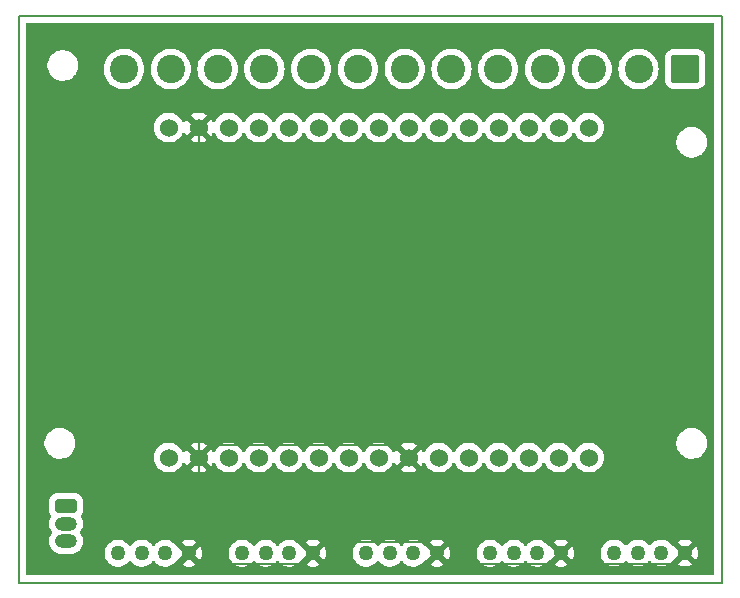
<source format=gbr>
%TF.GenerationSoftware,KiCad,Pcbnew,8.0.5*%
%TF.CreationDate,2025-03-25T20:51:19-04:00*%
%TF.ProjectId,Microcontroller boards,4d696372-6f63-46f6-9e74-726f6c6c6572,rev?*%
%TF.SameCoordinates,Original*%
%TF.FileFunction,Copper,L2,Bot*%
%TF.FilePolarity,Positive*%
%FSLAX46Y46*%
G04 Gerber Fmt 4.6, Leading zero omitted, Abs format (unit mm)*
G04 Created by KiCad (PCBNEW 8.0.5) date 2025-03-25 20:51:19*
%MOMM*%
%LPD*%
G01*
G04 APERTURE LIST*
G04 Aperture macros list*
%AMRoundRect*
0 Rectangle with rounded corners*
0 $1 Rounding radius*
0 $2 $3 $4 $5 $6 $7 $8 $9 X,Y pos of 4 corners*
0 Add a 4 corners polygon primitive as box body*
4,1,4,$2,$3,$4,$5,$6,$7,$8,$9,$2,$3,0*
0 Add four circle primitives for the rounded corners*
1,1,$1+$1,$2,$3*
1,1,$1+$1,$4,$5*
1,1,$1+$1,$6,$7*
1,1,$1+$1,$8,$9*
0 Add four rect primitives between the rounded corners*
20,1,$1+$1,$2,$3,$4,$5,0*
20,1,$1+$1,$4,$5,$6,$7,0*
20,1,$1+$1,$6,$7,$8,$9,0*
20,1,$1+$1,$8,$9,$2,$3,0*%
G04 Aperture macros list end*
%TA.AperFunction,Conductor*%
%ADD10C,0.200000*%
%TD*%
%TA.AperFunction,ComponentPad*%
%ADD11RoundRect,0.250000X-0.685000X0.335000X-0.685000X-0.335000X0.685000X-0.335000X0.685000X0.335000X0*%
%TD*%
%TA.AperFunction,ComponentPad*%
%ADD12O,1.870000X1.170000*%
%TD*%
%TA.AperFunction,ComponentPad*%
%ADD13RoundRect,0.250001X0.949999X0.949999X-0.949999X0.949999X-0.949999X-0.949999X0.949999X-0.949999X0*%
%TD*%
%TA.AperFunction,ComponentPad*%
%ADD14C,2.400000*%
%TD*%
%TA.AperFunction,ComponentPad*%
%ADD15C,1.270000*%
%TD*%
%TA.AperFunction,ComponentPad*%
%ADD16C,1.524000*%
%TD*%
G04 APERTURE END LIST*
%TO.N,Net-(J7-Pin_3)*%
D10*
X92530000Y-67780000D02*
X152030000Y-67780000D01*
X152030000Y-115780000D01*
X92530000Y-115780000D01*
X92530000Y-67780000D01*
%TD*%
D11*
%TO.P,J7,1,Pin_1*%
%TO.N,Net-(J7-Pin_1)*%
X96530000Y-109280000D03*
D12*
%TO.P,J7,2,Pin_2*%
%TO.N,Net-(J7-Pin_2)*%
X96530000Y-110780000D03*
%TO.P,J7,3,Pin_3*%
%TO.N,Net-(J7-Pin_3)*%
X96530000Y-112280000D03*
%TD*%
D13*
%TO.P,J6,1,Pin_1*%
%TO.N,Net-(J6-Pin_1)*%
X148960000Y-72297500D03*
D14*
%TO.P,J6,2,Pin_2*%
%TO.N,Net-(J6-Pin_2)*%
X145000000Y-72297500D03*
%TO.P,J6,3,Pin_3*%
%TO.N,Net-(J6-Pin_3)*%
X141040000Y-72297500D03*
%TO.P,J6,4,Pin_4*%
%TO.N,Net-(J6-Pin_4)*%
X137080000Y-72297500D03*
%TO.P,J6,5,Pin_5*%
%TO.N,Net-(J6-Pin_5)*%
X133120000Y-72297500D03*
%TO.P,J6,6,Pin_6*%
%TO.N,Net-(J6-Pin_6)*%
X129160000Y-72297500D03*
%TO.P,J6,7,Pin_7*%
%TO.N,Net-(J6-Pin_7)*%
X125200000Y-72297500D03*
%TO.P,J6,8,Pin_8*%
%TO.N,Net-(J6-Pin_8)*%
X121240000Y-72297500D03*
%TO.P,J6,9,Pin_9*%
%TO.N,Net-(J6-Pin_9)*%
X117280000Y-72297500D03*
%TO.P,J6,10,Pin_10*%
%TO.N,Net-(J6-Pin_10)*%
X113320000Y-72297500D03*
%TO.P,J6,11,Pin_11*%
%TO.N,Net-(J6-Pin_11)*%
X109360000Y-72297500D03*
%TO.P,J6,12,Pin_12*%
%TO.N,Net-(J6-Pin_12)*%
X105400000Y-72297500D03*
%TO.P,J6,13,Pin_13*%
%TO.N,Net-(J6-Pin_13)*%
X101440000Y-72297500D03*
%TD*%
D15*
%TO.P,J4,1,1*%
%TO.N,GND*%
X148925099Y-113280000D03*
%TO.P,J4,2,2*%
%TO.N,Net-(U1-D0(GPIO16))*%
X146925100Y-113280000D03*
%TO.P,J4,3,3*%
%TO.N,Net-(U1-D1(GPIO5))*%
X144925099Y-113280000D03*
%TO.P,J4,4,4*%
%TO.N,Net-(U1-VIN)*%
X142925101Y-113280000D03*
%TD*%
%TO.P,J5,1,1*%
%TO.N,GND*%
X138425099Y-113297400D03*
%TO.P,J5,2,2*%
%TO.N,Net-(U1-D2(GPIO4))*%
X136425100Y-113297400D03*
%TO.P,J5,3,3*%
%TO.N,Net-(U1-D3(GPIO0))*%
X134425099Y-113297400D03*
%TO.P,J5,4,4*%
%TO.N,Net-(U1-VIN)*%
X132425101Y-113297400D03*
%TD*%
D16*
%TO.P,U1,1,A0(ADC0)*%
%TO.N,Net-(J6-Pin_1)*%
X140790000Y-77250000D03*
%TO.P,U1,2,RSV*%
%TO.N,Net-(J6-Pin_2)*%
X138250000Y-77250000D03*
%TO.P,U1,3,RSV*%
%TO.N,Net-(J6-Pin_3)*%
X135710000Y-77250000D03*
%TO.P,U1,4,SD3(GPIO10)*%
%TO.N,Net-(J6-Pin_4)*%
X133170000Y-77250000D03*
%TO.P,U1,5,SD2(GPIO9)*%
%TO.N,Net-(J6-Pin_5)*%
X130630000Y-77250000D03*
%TO.P,U1,6,SD1(MOSI)*%
%TO.N,Net-(J6-Pin_6)*%
X128090000Y-77250000D03*
%TO.P,U1,7,CMD(CS)*%
%TO.N,Net-(J6-Pin_7)*%
X125550000Y-77250000D03*
%TO.P,U1,8,SDO(MISO)*%
%TO.N,Net-(J6-Pin_8)*%
X123010000Y-77250000D03*
%TO.P,U1,9,CLK(SCLK)*%
%TO.N,Net-(J6-Pin_9)*%
X120470000Y-77250000D03*
%TO.P,U1,10,GND*%
%TO.N,Net-(J6-Pin_10)*%
X117930000Y-77250000D03*
%TO.P,U1,11,3.3V*%
%TO.N,Net-(J6-Pin_11)*%
X115390000Y-77250000D03*
%TO.P,U1,12,EN*%
%TO.N,Net-(J6-Pin_12)*%
X112850000Y-77250000D03*
%TO.P,U1,13,RST*%
%TO.N,Net-(J6-Pin_13)*%
X110310000Y-77250000D03*
%TO.P,U1,14,GND*%
%TO.N,GND*%
X107770000Y-77250000D03*
%TO.P,U1,15,VIN*%
%TO.N,Net-(U1-VIN)*%
X105230000Y-77250000D03*
%TO.P,U1,16,3.3V*%
%TO.N,Net-(J7-Pin_1)*%
X105230000Y-105190000D03*
%TO.P,U1,17,GND*%
%TO.N,GND*%
X107770000Y-105190000D03*
%TO.P,U1,18,TX(GPIO1)*%
%TO.N,Net-(J7-Pin_2)*%
X110310000Y-105190000D03*
%TO.P,U1,19,RX(DPIO3)*%
%TO.N,Net-(U1-RX(DPIO3))*%
X112850000Y-105190000D03*
%TO.P,U1,20,D8(GPIO15)*%
%TO.N,Net-(U1-D8(GPIO15))*%
X115390000Y-105190000D03*
%TO.P,U1,21,D7(GPIO13)*%
%TO.N,Net-(U1-D7(GPIO13))*%
X117930000Y-105190000D03*
%TO.P,U1,22,D6(GPIO12)*%
%TO.N,Net-(U1-D6(GPIO12))*%
X120470000Y-105190000D03*
%TO.P,U1,23,D5(GPIO14)*%
%TO.N,Net-(U1-D5(GPIO14))*%
X123010000Y-105190000D03*
%TO.P,U1,24,GND*%
%TO.N,GND*%
X125550000Y-105190000D03*
%TO.P,U1,25,3.3V*%
%TO.N,Net-(J7-Pin_3)*%
X128090000Y-105190000D03*
%TO.P,U1,26,D4(GPIO2)*%
%TO.N,Net-(U1-D4(GPIO2))*%
X130630000Y-105190000D03*
%TO.P,U1,27,D3(GPIO0)*%
%TO.N,Net-(U1-D3(GPIO0))*%
X133170000Y-105190000D03*
%TO.P,U1,28,D2(GPIO4)*%
%TO.N,Net-(U1-D2(GPIO4))*%
X135710000Y-105190000D03*
%TO.P,U1,29,D1(GPIO5)*%
%TO.N,Net-(U1-D1(GPIO5))*%
X138250000Y-105190000D03*
%TO.P,U1,30,D0(GPIO16)*%
%TO.N,Net-(U1-D0(GPIO16))*%
X140790000Y-105190000D03*
%TD*%
D15*
%TO.P,J2,1,1*%
%TO.N,GND*%
X127925099Y-113297400D03*
%TO.P,J2,2,2*%
%TO.N,Net-(U1-D4(GPIO2))*%
X125925100Y-113297400D03*
%TO.P,J2,3,3*%
%TO.N,Net-(U1-D5(GPIO14))*%
X123925099Y-113297400D03*
%TO.P,J2,4,4*%
%TO.N,Net-(U1-VIN)*%
X121925101Y-113297400D03*
%TD*%
%TO.P,J1,1,1*%
%TO.N,GND*%
X106925099Y-113297400D03*
%TO.P,J1,2,2*%
%TO.N,Net-(U1-D8(GPIO15))*%
X104925100Y-113297400D03*
%TO.P,J1,3,3*%
%TO.N,Net-(U1-RX(DPIO3))*%
X102925099Y-113297400D03*
%TO.P,J1,4,4*%
%TO.N,Net-(U1-VIN)*%
X100925101Y-113297400D03*
%TD*%
%TO.P,J3,1,1*%
%TO.N,GND*%
X117425099Y-113297400D03*
%TO.P,J3,2,2*%
%TO.N,Net-(U1-D6(GPIO12))*%
X115425100Y-113297400D03*
%TO.P,J3,3,3*%
%TO.N,Net-(U1-D7(GPIO13))*%
X113425099Y-113297400D03*
%TO.P,J3,4,4*%
%TO.N,Net-(U1-VIN)*%
X111425101Y-113297400D03*
%TD*%
D10*
%TO.N,GND*%
X139342699Y-114215000D02*
X147990099Y-114215000D01*
X107770000Y-77250000D02*
X107750000Y-77250000D01*
X147990099Y-114215000D02*
X148925099Y-113280000D01*
X107770000Y-112452499D02*
X106925099Y-113297400D01*
X125550000Y-105190000D02*
X124488000Y-104128000D01*
X116490099Y-114232400D02*
X117425099Y-113297400D01*
X107770000Y-105190000D02*
X107770000Y-112452499D01*
X106925099Y-113297400D02*
X107860099Y-114232400D01*
X108832000Y-104128000D02*
X107770000Y-105190000D01*
X118360099Y-112362400D02*
X126990099Y-112362400D01*
X126990099Y-112362400D02*
X127925099Y-113297400D01*
X107770000Y-77270000D02*
X107770000Y-105190000D01*
X107860099Y-114232400D02*
X116490099Y-114232400D01*
X127925099Y-113297400D02*
X128860099Y-114232400D01*
X138425099Y-113297400D02*
X139342699Y-114215000D01*
X117425099Y-113297400D02*
X118360099Y-112362400D01*
X128860099Y-114232400D02*
X137490099Y-114232400D01*
X137490099Y-114232400D02*
X138425099Y-113297400D01*
X124488000Y-104128000D02*
X108832000Y-104128000D01*
X107750000Y-77250000D02*
X107770000Y-77270000D01*
%TD*%
%TA.AperFunction,Conductor*%
%TO.N,GND*%
G36*
X151372539Y-68400185D02*
G01*
X151418294Y-68452989D01*
X151429500Y-68504500D01*
X151429500Y-115055500D01*
X151409815Y-115122539D01*
X151357011Y-115168294D01*
X151305500Y-115179500D01*
X93254500Y-115179500D01*
X93187461Y-115159815D01*
X93141706Y-115107011D01*
X93130500Y-115055500D01*
X93130500Y-108894983D01*
X95094500Y-108894983D01*
X95094500Y-109665001D01*
X95094501Y-109665019D01*
X95105000Y-109767796D01*
X95105001Y-109767799D01*
X95160185Y-109934331D01*
X95160186Y-109934334D01*
X95251088Y-110081710D01*
X95269528Y-110149102D01*
X95252844Y-110206241D01*
X95253809Y-110206733D01*
X95174026Y-110363314D01*
X95121228Y-110525810D01*
X95094500Y-110694563D01*
X95094500Y-110865436D01*
X95121228Y-111034189D01*
X95174027Y-111196688D01*
X95251597Y-111348926D01*
X95251599Y-111348929D01*
X95330200Y-111457115D01*
X95353680Y-111522921D01*
X95337854Y-111590975D01*
X95330200Y-111602885D01*
X95251599Y-111711070D01*
X95174026Y-111863314D01*
X95121228Y-112025810D01*
X95094500Y-112194563D01*
X95094500Y-112365436D01*
X95117672Y-112511738D01*
X95121228Y-112534189D01*
X95174027Y-112696688D01*
X95251597Y-112848926D01*
X95352027Y-112987156D01*
X95472844Y-113107973D01*
X95611074Y-113208403D01*
X95763312Y-113285973D01*
X95925811Y-113338772D01*
X96012755Y-113352542D01*
X96094564Y-113365500D01*
X96094569Y-113365500D01*
X96965436Y-113365500D01*
X97040013Y-113353687D01*
X97134189Y-113338772D01*
X97261522Y-113297399D01*
X99784736Y-113297399D01*
X99784736Y-113297400D01*
X99804152Y-113506937D01*
X99804152Y-113506939D01*
X99804153Y-113506942D01*
X99861742Y-113709347D01*
X99955543Y-113897725D01*
X100082359Y-114065657D01*
X100082362Y-114065660D01*
X100237877Y-114207430D01*
X100237879Y-114207432D01*
X100416793Y-114318211D01*
X100416799Y-114318214D01*
X100458369Y-114334318D01*
X100613025Y-114394232D01*
X100819881Y-114432900D01*
X100819883Y-114432900D01*
X101030319Y-114432900D01*
X101030321Y-114432900D01*
X101237177Y-114394232D01*
X101433405Y-114318213D01*
X101612324Y-114207431D01*
X101767841Y-114065659D01*
X101826146Y-113988451D01*
X101882254Y-113946814D01*
X101951966Y-113942122D01*
X102013148Y-113975865D01*
X102024054Y-113988451D01*
X102082357Y-114065657D01*
X102082359Y-114065660D01*
X102237875Y-114207430D01*
X102237877Y-114207432D01*
X102416791Y-114318211D01*
X102416797Y-114318214D01*
X102458367Y-114334318D01*
X102613023Y-114394232D01*
X102819879Y-114432900D01*
X102819881Y-114432900D01*
X103030317Y-114432900D01*
X103030319Y-114432900D01*
X103237175Y-114394232D01*
X103433403Y-114318213D01*
X103612322Y-114207431D01*
X103767839Y-114065659D01*
X103826147Y-113988446D01*
X103882253Y-113946813D01*
X103951965Y-113942120D01*
X104013147Y-113975862D01*
X104024053Y-113988448D01*
X104082361Y-114065661D01*
X104237876Y-114207430D01*
X104237878Y-114207432D01*
X104416792Y-114318211D01*
X104416798Y-114318214D01*
X104458368Y-114334318D01*
X104613024Y-114394232D01*
X104819880Y-114432900D01*
X104819882Y-114432900D01*
X105030318Y-114432900D01*
X105030320Y-114432900D01*
X105237176Y-114394232D01*
X105433404Y-114318213D01*
X105612323Y-114207431D01*
X105767840Y-114065659D01*
X105851392Y-113955017D01*
X105907500Y-113913381D01*
X105958932Y-113906042D01*
X105962645Y-113906299D01*
X106544099Y-113324846D01*
X106544099Y-113347560D01*
X106570063Y-113444461D01*
X106620223Y-113531340D01*
X106691159Y-113602276D01*
X106778038Y-113652436D01*
X106874939Y-113678400D01*
X106897652Y-113678400D01*
X106318986Y-114257063D01*
X106417017Y-114317762D01*
X106417019Y-114317763D01*
X106613162Y-114393748D01*
X106819928Y-114432400D01*
X107030270Y-114432400D01*
X107237034Y-114393748D01*
X107237035Y-114393748D01*
X107433178Y-114317763D01*
X107433179Y-114317762D01*
X107531209Y-114257064D01*
X107531210Y-114257063D01*
X106952547Y-113678400D01*
X106975259Y-113678400D01*
X107072160Y-113652436D01*
X107159039Y-113602276D01*
X107229975Y-113531340D01*
X107280135Y-113444461D01*
X107306099Y-113347560D01*
X107306099Y-113324847D01*
X107887551Y-113906299D01*
X107887552Y-113906299D01*
X107894227Y-113897461D01*
X107987987Y-113709169D01*
X108045553Y-113506844D01*
X108064961Y-113297400D01*
X108064961Y-113297399D01*
X110284736Y-113297399D01*
X110284736Y-113297400D01*
X110304152Y-113506937D01*
X110304152Y-113506939D01*
X110304153Y-113506942D01*
X110361742Y-113709347D01*
X110455543Y-113897725D01*
X110582359Y-114065657D01*
X110582362Y-114065660D01*
X110737877Y-114207430D01*
X110737879Y-114207432D01*
X110916793Y-114318211D01*
X110916799Y-114318214D01*
X110958369Y-114334318D01*
X111113025Y-114394232D01*
X111319881Y-114432900D01*
X111319883Y-114432900D01*
X111530319Y-114432900D01*
X111530321Y-114432900D01*
X111737177Y-114394232D01*
X111933405Y-114318213D01*
X112112324Y-114207431D01*
X112267841Y-114065659D01*
X112326146Y-113988451D01*
X112382254Y-113946814D01*
X112451966Y-113942122D01*
X112513148Y-113975865D01*
X112524054Y-113988451D01*
X112582357Y-114065657D01*
X112582359Y-114065660D01*
X112737875Y-114207430D01*
X112737877Y-114207432D01*
X112916791Y-114318211D01*
X112916797Y-114318214D01*
X112958367Y-114334318D01*
X113113023Y-114394232D01*
X113319879Y-114432900D01*
X113319881Y-114432900D01*
X113530317Y-114432900D01*
X113530319Y-114432900D01*
X113737175Y-114394232D01*
X113933403Y-114318213D01*
X114112322Y-114207431D01*
X114267839Y-114065659D01*
X114326147Y-113988446D01*
X114382253Y-113946813D01*
X114451965Y-113942120D01*
X114513147Y-113975862D01*
X114524053Y-113988448D01*
X114582361Y-114065661D01*
X114737876Y-114207430D01*
X114737878Y-114207432D01*
X114916792Y-114318211D01*
X114916798Y-114318214D01*
X114958368Y-114334318D01*
X115113024Y-114394232D01*
X115319880Y-114432900D01*
X115319882Y-114432900D01*
X115530318Y-114432900D01*
X115530320Y-114432900D01*
X115737176Y-114394232D01*
X115933404Y-114318213D01*
X116112323Y-114207431D01*
X116267840Y-114065659D01*
X116351392Y-113955017D01*
X116407500Y-113913381D01*
X116458932Y-113906042D01*
X116462645Y-113906299D01*
X117044099Y-113324846D01*
X117044099Y-113347560D01*
X117070063Y-113444461D01*
X117120223Y-113531340D01*
X117191159Y-113602276D01*
X117278038Y-113652436D01*
X117374939Y-113678400D01*
X117397652Y-113678400D01*
X116818986Y-114257063D01*
X116917017Y-114317762D01*
X116917019Y-114317763D01*
X117113162Y-114393748D01*
X117319928Y-114432400D01*
X117530270Y-114432400D01*
X117737034Y-114393748D01*
X117737035Y-114393748D01*
X117933178Y-114317763D01*
X117933179Y-114317762D01*
X118031209Y-114257064D01*
X118031210Y-114257063D01*
X117452547Y-113678400D01*
X117475259Y-113678400D01*
X117572160Y-113652436D01*
X117659039Y-113602276D01*
X117729975Y-113531340D01*
X117780135Y-113444461D01*
X117806099Y-113347560D01*
X117806099Y-113324847D01*
X118387551Y-113906299D01*
X118387552Y-113906299D01*
X118394227Y-113897461D01*
X118487987Y-113709169D01*
X118545553Y-113506844D01*
X118564961Y-113297400D01*
X118564961Y-113297399D01*
X120784736Y-113297399D01*
X120784736Y-113297400D01*
X120804152Y-113506937D01*
X120804152Y-113506939D01*
X120804153Y-113506942D01*
X120861742Y-113709347D01*
X120955543Y-113897725D01*
X121082359Y-114065657D01*
X121082362Y-114065660D01*
X121237877Y-114207430D01*
X121237879Y-114207432D01*
X121416793Y-114318211D01*
X121416799Y-114318214D01*
X121458369Y-114334318D01*
X121613025Y-114394232D01*
X121819881Y-114432900D01*
X121819883Y-114432900D01*
X122030319Y-114432900D01*
X122030321Y-114432900D01*
X122237177Y-114394232D01*
X122433405Y-114318213D01*
X122612324Y-114207431D01*
X122767841Y-114065659D01*
X122826146Y-113988451D01*
X122882254Y-113946814D01*
X122951966Y-113942122D01*
X123013148Y-113975865D01*
X123024054Y-113988451D01*
X123082357Y-114065657D01*
X123082359Y-114065660D01*
X123237875Y-114207430D01*
X123237877Y-114207432D01*
X123416791Y-114318211D01*
X123416797Y-114318214D01*
X123458367Y-114334318D01*
X123613023Y-114394232D01*
X123819879Y-114432900D01*
X123819881Y-114432900D01*
X124030317Y-114432900D01*
X124030319Y-114432900D01*
X124237175Y-114394232D01*
X124433403Y-114318213D01*
X124612322Y-114207431D01*
X124767839Y-114065659D01*
X124826147Y-113988446D01*
X124882253Y-113946813D01*
X124951965Y-113942120D01*
X125013147Y-113975862D01*
X125024053Y-113988448D01*
X125082361Y-114065661D01*
X125237876Y-114207430D01*
X125237878Y-114207432D01*
X125416792Y-114318211D01*
X125416798Y-114318214D01*
X125458368Y-114334318D01*
X125613024Y-114394232D01*
X125819880Y-114432900D01*
X125819882Y-114432900D01*
X126030318Y-114432900D01*
X126030320Y-114432900D01*
X126237176Y-114394232D01*
X126433404Y-114318213D01*
X126612323Y-114207431D01*
X126767840Y-114065659D01*
X126851392Y-113955017D01*
X126907500Y-113913381D01*
X126958932Y-113906042D01*
X126962645Y-113906299D01*
X127544099Y-113324846D01*
X127544099Y-113347560D01*
X127570063Y-113444461D01*
X127620223Y-113531340D01*
X127691159Y-113602276D01*
X127778038Y-113652436D01*
X127874939Y-113678400D01*
X127897652Y-113678400D01*
X127318986Y-114257063D01*
X127417017Y-114317762D01*
X127417019Y-114317763D01*
X127613162Y-114393748D01*
X127819928Y-114432400D01*
X128030270Y-114432400D01*
X128237034Y-114393748D01*
X128237035Y-114393748D01*
X128433178Y-114317763D01*
X128433179Y-114317762D01*
X128531209Y-114257064D01*
X128531210Y-114257063D01*
X127952547Y-113678400D01*
X127975259Y-113678400D01*
X128072160Y-113652436D01*
X128159039Y-113602276D01*
X128229975Y-113531340D01*
X128280135Y-113444461D01*
X128306099Y-113347560D01*
X128306099Y-113324847D01*
X128887551Y-113906299D01*
X128887552Y-113906299D01*
X128894227Y-113897461D01*
X128987987Y-113709169D01*
X129045553Y-113506844D01*
X129064961Y-113297400D01*
X129064961Y-113297399D01*
X131284736Y-113297399D01*
X131284736Y-113297400D01*
X131304152Y-113506937D01*
X131304152Y-113506939D01*
X131304153Y-113506942D01*
X131361742Y-113709347D01*
X131455543Y-113897725D01*
X131582359Y-114065657D01*
X131582362Y-114065660D01*
X131737877Y-114207430D01*
X131737879Y-114207432D01*
X131916793Y-114318211D01*
X131916799Y-114318214D01*
X131958369Y-114334318D01*
X132113025Y-114394232D01*
X132319881Y-114432900D01*
X132319883Y-114432900D01*
X132530319Y-114432900D01*
X132530321Y-114432900D01*
X132737177Y-114394232D01*
X132933405Y-114318213D01*
X133112324Y-114207431D01*
X133267841Y-114065659D01*
X133326146Y-113988451D01*
X133382254Y-113946814D01*
X133451966Y-113942122D01*
X133513148Y-113975865D01*
X133524054Y-113988451D01*
X133582357Y-114065657D01*
X133582359Y-114065660D01*
X133737875Y-114207430D01*
X133737877Y-114207432D01*
X133916791Y-114318211D01*
X133916797Y-114318214D01*
X133958367Y-114334318D01*
X134113023Y-114394232D01*
X134319879Y-114432900D01*
X134319881Y-114432900D01*
X134530317Y-114432900D01*
X134530319Y-114432900D01*
X134737175Y-114394232D01*
X134933403Y-114318213D01*
X135112322Y-114207431D01*
X135267839Y-114065659D01*
X135326147Y-113988446D01*
X135382253Y-113946813D01*
X135451965Y-113942120D01*
X135513147Y-113975862D01*
X135524053Y-113988448D01*
X135582361Y-114065661D01*
X135737876Y-114207430D01*
X135737878Y-114207432D01*
X135916792Y-114318211D01*
X135916798Y-114318214D01*
X135958368Y-114334318D01*
X136113024Y-114394232D01*
X136319880Y-114432900D01*
X136319882Y-114432900D01*
X136530318Y-114432900D01*
X136530320Y-114432900D01*
X136737176Y-114394232D01*
X136933404Y-114318213D01*
X137112323Y-114207431D01*
X137267840Y-114065659D01*
X137351392Y-113955017D01*
X137407500Y-113913381D01*
X137458932Y-113906042D01*
X137462645Y-113906299D01*
X138044099Y-113324846D01*
X138044099Y-113347560D01*
X138070063Y-113444461D01*
X138120223Y-113531340D01*
X138191159Y-113602276D01*
X138278038Y-113652436D01*
X138374939Y-113678400D01*
X138397652Y-113678400D01*
X137818986Y-114257063D01*
X137917017Y-114317762D01*
X137917019Y-114317763D01*
X138113162Y-114393748D01*
X138319928Y-114432400D01*
X138530270Y-114432400D01*
X138737034Y-114393748D01*
X138737035Y-114393748D01*
X138933178Y-114317763D01*
X138933179Y-114317762D01*
X139031209Y-114257064D01*
X139031210Y-114257063D01*
X138452547Y-113678400D01*
X138475259Y-113678400D01*
X138572160Y-113652436D01*
X138659039Y-113602276D01*
X138729975Y-113531340D01*
X138780135Y-113444461D01*
X138806099Y-113347560D01*
X138806099Y-113324847D01*
X139387551Y-113906299D01*
X139387552Y-113906299D01*
X139394227Y-113897461D01*
X139487987Y-113709169D01*
X139545553Y-113506844D01*
X139564961Y-113297400D01*
X139564961Y-113297399D01*
X139563349Y-113279999D01*
X141784736Y-113279999D01*
X141784736Y-113280000D01*
X141804152Y-113489537D01*
X141804152Y-113489539D01*
X141804153Y-113489542D01*
X141861742Y-113691947D01*
X141861743Y-113691950D01*
X141933766Y-113836591D01*
X141955543Y-113880325D01*
X142082359Y-114048257D01*
X142082362Y-114048260D01*
X142237877Y-114190030D01*
X142237879Y-114190032D01*
X142416793Y-114300811D01*
X142416799Y-114300814D01*
X142458369Y-114316918D01*
X142613025Y-114376832D01*
X142819881Y-114415500D01*
X142819883Y-114415500D01*
X143030319Y-114415500D01*
X143030321Y-114415500D01*
X143237177Y-114376832D01*
X143433405Y-114300813D01*
X143612324Y-114190031D01*
X143767841Y-114048259D01*
X143813008Y-113988448D01*
X143826146Y-113971051D01*
X143882254Y-113929414D01*
X143951966Y-113924722D01*
X144013148Y-113958465D01*
X144024054Y-113971051D01*
X144082357Y-114048257D01*
X144082359Y-114048260D01*
X144237875Y-114190030D01*
X144237877Y-114190032D01*
X144416791Y-114300811D01*
X144416797Y-114300814D01*
X144458367Y-114316918D01*
X144613023Y-114376832D01*
X144819879Y-114415500D01*
X144819881Y-114415500D01*
X145030317Y-114415500D01*
X145030319Y-114415500D01*
X145237175Y-114376832D01*
X145433403Y-114300813D01*
X145612322Y-114190031D01*
X145767839Y-114048259D01*
X145826147Y-113971046D01*
X145882253Y-113929413D01*
X145951965Y-113924720D01*
X146013147Y-113958462D01*
X146024053Y-113971048D01*
X146082361Y-114048261D01*
X146237876Y-114190030D01*
X146237878Y-114190032D01*
X146416792Y-114300811D01*
X146416798Y-114300814D01*
X146458368Y-114316918D01*
X146613024Y-114376832D01*
X146819880Y-114415500D01*
X146819882Y-114415500D01*
X147030318Y-114415500D01*
X147030320Y-114415500D01*
X147237176Y-114376832D01*
X147433404Y-114300813D01*
X147612323Y-114190031D01*
X147767840Y-114048259D01*
X147851392Y-113937617D01*
X147907500Y-113895981D01*
X147958932Y-113888642D01*
X147962645Y-113888899D01*
X148544099Y-113307446D01*
X148544099Y-113330160D01*
X148570063Y-113427061D01*
X148620223Y-113513940D01*
X148691159Y-113584876D01*
X148778038Y-113635036D01*
X148874939Y-113661000D01*
X148897652Y-113661000D01*
X148318986Y-114239663D01*
X148417017Y-114300362D01*
X148417019Y-114300363D01*
X148613162Y-114376348D01*
X148819928Y-114415000D01*
X149030270Y-114415000D01*
X149237034Y-114376348D01*
X149237035Y-114376348D01*
X149433178Y-114300363D01*
X149433179Y-114300362D01*
X149531209Y-114239664D01*
X149531210Y-114239663D01*
X148952547Y-113661000D01*
X148975259Y-113661000D01*
X149072160Y-113635036D01*
X149159039Y-113584876D01*
X149229975Y-113513940D01*
X149280135Y-113427061D01*
X149306099Y-113330160D01*
X149306099Y-113307447D01*
X149887551Y-113888899D01*
X149887552Y-113888899D01*
X149894227Y-113880061D01*
X149987987Y-113691769D01*
X150045553Y-113489444D01*
X150064961Y-113280000D01*
X150064961Y-113279999D01*
X150045553Y-113070555D01*
X149987987Y-112868230D01*
X149894229Y-112679941D01*
X149894227Y-112679937D01*
X149887552Y-112671099D01*
X149887551Y-112671098D01*
X149306099Y-113252551D01*
X149306099Y-113229840D01*
X149280135Y-113132939D01*
X149229975Y-113046060D01*
X149159039Y-112975124D01*
X149072160Y-112924964D01*
X148975259Y-112899000D01*
X148952547Y-112899000D01*
X149531210Y-112320335D01*
X149531209Y-112320334D01*
X149433182Y-112259638D01*
X149433176Y-112259636D01*
X149237035Y-112183651D01*
X149030270Y-112145000D01*
X148819928Y-112145000D01*
X148613163Y-112183651D01*
X148613162Y-112183651D01*
X148417022Y-112259635D01*
X148318986Y-112320335D01*
X148897652Y-112899000D01*
X148874939Y-112899000D01*
X148778038Y-112924964D01*
X148691159Y-112975124D01*
X148620223Y-113046060D01*
X148570063Y-113132939D01*
X148544099Y-113229840D01*
X148544099Y-113252553D01*
X147962644Y-112671098D01*
X147958932Y-112671356D01*
X147890691Y-112656361D01*
X147851392Y-112622381D01*
X147780978Y-112529139D01*
X147767840Y-112511741D01*
X147612323Y-112369969D01*
X147612321Y-112369967D01*
X147433407Y-112259188D01*
X147433401Y-112259185D01*
X147266590Y-112194563D01*
X147237176Y-112183168D01*
X147030320Y-112144500D01*
X146819880Y-112144500D01*
X146613024Y-112183168D01*
X146613021Y-112183168D01*
X146613021Y-112183169D01*
X146416798Y-112259185D01*
X146416792Y-112259188D01*
X146237878Y-112369967D01*
X146237876Y-112369969D01*
X146082361Y-112511739D01*
X146024053Y-112588951D01*
X145967943Y-112630587D01*
X145898231Y-112635278D01*
X145837050Y-112601536D01*
X145826145Y-112588951D01*
X145826143Y-112588949D01*
X145780979Y-112529141D01*
X145767837Y-112511738D01*
X145612322Y-112369969D01*
X145612320Y-112369967D01*
X145433406Y-112259188D01*
X145433400Y-112259185D01*
X145266589Y-112194563D01*
X145237175Y-112183168D01*
X145030319Y-112144500D01*
X144819879Y-112144500D01*
X144613023Y-112183168D01*
X144613020Y-112183168D01*
X144613020Y-112183169D01*
X144416797Y-112259185D01*
X144416791Y-112259188D01*
X144237877Y-112369967D01*
X144237875Y-112369969D01*
X144082360Y-112511739D01*
X144024054Y-112588949D01*
X143967945Y-112630585D01*
X143898233Y-112635276D01*
X143837051Y-112601534D01*
X143826146Y-112588949D01*
X143780979Y-112529139D01*
X143767841Y-112511741D01*
X143612324Y-112369969D01*
X143612322Y-112369967D01*
X143433408Y-112259188D01*
X143433402Y-112259185D01*
X143266591Y-112194563D01*
X143237177Y-112183168D01*
X143030321Y-112144500D01*
X142819881Y-112144500D01*
X142613025Y-112183168D01*
X142613022Y-112183168D01*
X142613022Y-112183169D01*
X142416799Y-112259185D01*
X142416793Y-112259188D01*
X142237879Y-112369967D01*
X142237877Y-112369969D01*
X142082362Y-112511739D01*
X141955543Y-112679674D01*
X141861743Y-112868049D01*
X141804152Y-113070462D01*
X141784736Y-113279999D01*
X139563349Y-113279999D01*
X139545553Y-113087955D01*
X139487987Y-112885630D01*
X139394229Y-112697341D01*
X139394227Y-112697337D01*
X139387552Y-112688499D01*
X139387551Y-112688498D01*
X138806099Y-113269951D01*
X138806099Y-113247240D01*
X138780135Y-113150339D01*
X138729975Y-113063460D01*
X138659039Y-112992524D01*
X138572160Y-112942364D01*
X138475259Y-112916400D01*
X138452547Y-112916400D01*
X139031210Y-112337735D01*
X139031209Y-112337734D01*
X138933182Y-112277038D01*
X138933176Y-112277036D01*
X138737035Y-112201051D01*
X138530270Y-112162400D01*
X138319928Y-112162400D01*
X138113163Y-112201051D01*
X138113162Y-112201051D01*
X137917022Y-112277035D01*
X137818986Y-112337735D01*
X138397652Y-112916400D01*
X138374939Y-112916400D01*
X138278038Y-112942364D01*
X138191159Y-112992524D01*
X138120223Y-113063460D01*
X138070063Y-113150339D01*
X138044099Y-113247240D01*
X138044099Y-113269953D01*
X137462644Y-112688498D01*
X137458932Y-112688756D01*
X137390691Y-112673761D01*
X137351392Y-112639781D01*
X137267838Y-112529139D01*
X137112323Y-112387369D01*
X137112321Y-112387367D01*
X136933407Y-112276588D01*
X136933401Y-112276585D01*
X136778748Y-112216673D01*
X136737176Y-112200568D01*
X136530320Y-112161900D01*
X136319880Y-112161900D01*
X136113024Y-112200568D01*
X136113021Y-112200568D01*
X136113021Y-112200569D01*
X135916798Y-112276585D01*
X135916792Y-112276588D01*
X135737878Y-112387367D01*
X135737876Y-112387369D01*
X135582361Y-112529139D01*
X135524053Y-112606351D01*
X135467943Y-112647987D01*
X135398231Y-112652678D01*
X135337050Y-112618936D01*
X135326145Y-112606351D01*
X135326143Y-112606349D01*
X135267839Y-112529141D01*
X135267837Y-112529138D01*
X135112322Y-112387369D01*
X135112320Y-112387367D01*
X134933406Y-112276588D01*
X134933400Y-112276585D01*
X134778747Y-112216673D01*
X134737175Y-112200568D01*
X134530319Y-112161900D01*
X134319879Y-112161900D01*
X134113023Y-112200568D01*
X134113020Y-112200568D01*
X134113020Y-112200569D01*
X133916797Y-112276585D01*
X133916791Y-112276588D01*
X133737877Y-112387367D01*
X133737875Y-112387369D01*
X133582360Y-112529139D01*
X133524054Y-112606349D01*
X133467945Y-112647985D01*
X133398233Y-112652676D01*
X133337051Y-112618934D01*
X133326146Y-112606349D01*
X133267839Y-112529139D01*
X133112324Y-112387369D01*
X133112322Y-112387367D01*
X132933408Y-112276588D01*
X132933402Y-112276585D01*
X132778749Y-112216673D01*
X132737177Y-112200568D01*
X132530321Y-112161900D01*
X132319881Y-112161900D01*
X132113025Y-112200568D01*
X132113022Y-112200568D01*
X132113022Y-112200569D01*
X131916799Y-112276585D01*
X131916793Y-112276588D01*
X131737879Y-112387367D01*
X131737877Y-112387369D01*
X131582362Y-112529139D01*
X131455543Y-112697074D01*
X131361743Y-112885449D01*
X131304152Y-113087862D01*
X131284736Y-113297399D01*
X129064961Y-113297399D01*
X129045553Y-113087955D01*
X128987987Y-112885630D01*
X128894229Y-112697341D01*
X128894227Y-112697337D01*
X128887552Y-112688499D01*
X128887551Y-112688498D01*
X128306099Y-113269951D01*
X128306099Y-113247240D01*
X128280135Y-113150339D01*
X128229975Y-113063460D01*
X128159039Y-112992524D01*
X128072160Y-112942364D01*
X127975259Y-112916400D01*
X127952547Y-112916400D01*
X128531210Y-112337735D01*
X128531209Y-112337734D01*
X128433182Y-112277038D01*
X128433176Y-112277036D01*
X128237035Y-112201051D01*
X128030270Y-112162400D01*
X127819928Y-112162400D01*
X127613163Y-112201051D01*
X127613162Y-112201051D01*
X127417022Y-112277035D01*
X127318986Y-112337735D01*
X127897652Y-112916400D01*
X127874939Y-112916400D01*
X127778038Y-112942364D01*
X127691159Y-112992524D01*
X127620223Y-113063460D01*
X127570063Y-113150339D01*
X127544099Y-113247240D01*
X127544099Y-113269953D01*
X126962644Y-112688498D01*
X126958932Y-112688756D01*
X126890691Y-112673761D01*
X126851392Y-112639781D01*
X126767838Y-112529139D01*
X126612323Y-112387369D01*
X126612321Y-112387367D01*
X126433407Y-112276588D01*
X126433401Y-112276585D01*
X126278748Y-112216673D01*
X126237176Y-112200568D01*
X126030320Y-112161900D01*
X125819880Y-112161900D01*
X125613024Y-112200568D01*
X125613021Y-112200568D01*
X125613021Y-112200569D01*
X125416798Y-112276585D01*
X125416792Y-112276588D01*
X125237878Y-112387367D01*
X125237876Y-112387369D01*
X125082361Y-112529139D01*
X125024053Y-112606351D01*
X124967943Y-112647987D01*
X124898231Y-112652678D01*
X124837050Y-112618936D01*
X124826145Y-112606351D01*
X124826143Y-112606349D01*
X124767839Y-112529141D01*
X124767837Y-112529138D01*
X124612322Y-112387369D01*
X124612320Y-112387367D01*
X124433406Y-112276588D01*
X124433400Y-112276585D01*
X124278747Y-112216673D01*
X124237175Y-112200568D01*
X124030319Y-112161900D01*
X123819879Y-112161900D01*
X123613023Y-112200568D01*
X123613020Y-112200568D01*
X123613020Y-112200569D01*
X123416797Y-112276585D01*
X123416791Y-112276588D01*
X123237877Y-112387367D01*
X123237875Y-112387369D01*
X123082360Y-112529139D01*
X123024054Y-112606349D01*
X122967945Y-112647985D01*
X122898233Y-112652676D01*
X122837051Y-112618934D01*
X122826146Y-112606349D01*
X122767839Y-112529139D01*
X122612324Y-112387369D01*
X122612322Y-112387367D01*
X122433408Y-112276588D01*
X122433402Y-112276585D01*
X122278749Y-112216673D01*
X122237177Y-112200568D01*
X122030321Y-112161900D01*
X121819881Y-112161900D01*
X121613025Y-112200568D01*
X121613022Y-112200568D01*
X121613022Y-112200569D01*
X121416799Y-112276585D01*
X121416793Y-112276588D01*
X121237879Y-112387367D01*
X121237877Y-112387369D01*
X121082362Y-112529139D01*
X120955543Y-112697074D01*
X120861743Y-112885449D01*
X120804152Y-113087862D01*
X120784736Y-113297399D01*
X118564961Y-113297399D01*
X118545553Y-113087955D01*
X118487987Y-112885630D01*
X118394229Y-112697341D01*
X118394227Y-112697337D01*
X118387552Y-112688499D01*
X118387551Y-112688498D01*
X117806099Y-113269951D01*
X117806099Y-113247240D01*
X117780135Y-113150339D01*
X117729975Y-113063460D01*
X117659039Y-112992524D01*
X117572160Y-112942364D01*
X117475259Y-112916400D01*
X117452547Y-112916400D01*
X118031210Y-112337735D01*
X118031209Y-112337734D01*
X117933182Y-112277038D01*
X117933176Y-112277036D01*
X117737035Y-112201051D01*
X117530270Y-112162400D01*
X117319928Y-112162400D01*
X117113163Y-112201051D01*
X117113162Y-112201051D01*
X116917022Y-112277035D01*
X116818986Y-112337735D01*
X117397652Y-112916400D01*
X117374939Y-112916400D01*
X117278038Y-112942364D01*
X117191159Y-112992524D01*
X117120223Y-113063460D01*
X117070063Y-113150339D01*
X117044099Y-113247240D01*
X117044099Y-113269953D01*
X116462644Y-112688498D01*
X116458932Y-112688756D01*
X116390691Y-112673761D01*
X116351392Y-112639781D01*
X116267838Y-112529139D01*
X116112323Y-112387369D01*
X116112321Y-112387367D01*
X115933407Y-112276588D01*
X115933401Y-112276585D01*
X115778748Y-112216673D01*
X115737176Y-112200568D01*
X115530320Y-112161900D01*
X115319880Y-112161900D01*
X115113024Y-112200568D01*
X115113021Y-112200568D01*
X115113021Y-112200569D01*
X114916798Y-112276585D01*
X114916792Y-112276588D01*
X114737878Y-112387367D01*
X114737876Y-112387369D01*
X114582361Y-112529139D01*
X114524053Y-112606351D01*
X114467943Y-112647987D01*
X114398231Y-112652678D01*
X114337050Y-112618936D01*
X114326145Y-112606351D01*
X114326143Y-112606349D01*
X114267839Y-112529141D01*
X114267837Y-112529138D01*
X114112322Y-112387369D01*
X114112320Y-112387367D01*
X113933406Y-112276588D01*
X113933400Y-112276585D01*
X113778747Y-112216673D01*
X113737175Y-112200568D01*
X113530319Y-112161900D01*
X113319879Y-112161900D01*
X113113023Y-112200568D01*
X113113020Y-112200568D01*
X113113020Y-112200569D01*
X112916797Y-112276585D01*
X112916791Y-112276588D01*
X112737877Y-112387367D01*
X112737875Y-112387369D01*
X112582360Y-112529139D01*
X112524054Y-112606349D01*
X112467945Y-112647985D01*
X112398233Y-112652676D01*
X112337051Y-112618934D01*
X112326146Y-112606349D01*
X112267839Y-112529139D01*
X112112324Y-112387369D01*
X112112322Y-112387367D01*
X111933408Y-112276588D01*
X111933402Y-112276585D01*
X111778749Y-112216673D01*
X111737177Y-112200568D01*
X111530321Y-112161900D01*
X111319881Y-112161900D01*
X111113025Y-112200568D01*
X111113022Y-112200568D01*
X111113022Y-112200569D01*
X110916799Y-112276585D01*
X110916793Y-112276588D01*
X110737879Y-112387367D01*
X110737877Y-112387369D01*
X110582362Y-112529139D01*
X110455543Y-112697074D01*
X110361743Y-112885449D01*
X110304152Y-113087862D01*
X110284736Y-113297399D01*
X108064961Y-113297399D01*
X108045553Y-113087955D01*
X107987987Y-112885630D01*
X107894229Y-112697341D01*
X107894227Y-112697337D01*
X107887552Y-112688499D01*
X107887551Y-112688498D01*
X107306099Y-113269951D01*
X107306099Y-113247240D01*
X107280135Y-113150339D01*
X107229975Y-113063460D01*
X107159039Y-112992524D01*
X107072160Y-112942364D01*
X106975259Y-112916400D01*
X106952547Y-112916400D01*
X107531210Y-112337735D01*
X107531209Y-112337734D01*
X107433182Y-112277038D01*
X107433176Y-112277036D01*
X107237035Y-112201051D01*
X107030270Y-112162400D01*
X106819928Y-112162400D01*
X106613163Y-112201051D01*
X106613162Y-112201051D01*
X106417022Y-112277035D01*
X106318986Y-112337735D01*
X106897652Y-112916400D01*
X106874939Y-112916400D01*
X106778038Y-112942364D01*
X106691159Y-112992524D01*
X106620223Y-113063460D01*
X106570063Y-113150339D01*
X106544099Y-113247240D01*
X106544099Y-113269953D01*
X105962644Y-112688498D01*
X105958932Y-112688756D01*
X105890691Y-112673761D01*
X105851392Y-112639781D01*
X105767838Y-112529139D01*
X105612323Y-112387369D01*
X105612321Y-112387367D01*
X105433407Y-112276588D01*
X105433401Y-112276585D01*
X105278748Y-112216673D01*
X105237176Y-112200568D01*
X105030320Y-112161900D01*
X104819880Y-112161900D01*
X104613024Y-112200568D01*
X104613021Y-112200568D01*
X104613021Y-112200569D01*
X104416798Y-112276585D01*
X104416792Y-112276588D01*
X104237878Y-112387367D01*
X104237876Y-112387369D01*
X104082361Y-112529139D01*
X104024053Y-112606351D01*
X103967943Y-112647987D01*
X103898231Y-112652678D01*
X103837050Y-112618936D01*
X103826145Y-112606351D01*
X103826143Y-112606349D01*
X103767839Y-112529141D01*
X103767837Y-112529138D01*
X103612322Y-112387369D01*
X103612320Y-112387367D01*
X103433406Y-112276588D01*
X103433400Y-112276585D01*
X103278747Y-112216673D01*
X103237175Y-112200568D01*
X103030319Y-112161900D01*
X102819879Y-112161900D01*
X102613023Y-112200568D01*
X102613020Y-112200568D01*
X102613020Y-112200569D01*
X102416797Y-112276585D01*
X102416791Y-112276588D01*
X102237877Y-112387367D01*
X102237875Y-112387369D01*
X102082360Y-112529139D01*
X102024054Y-112606349D01*
X101967945Y-112647985D01*
X101898233Y-112652676D01*
X101837051Y-112618934D01*
X101826146Y-112606349D01*
X101767839Y-112529139D01*
X101612324Y-112387369D01*
X101612322Y-112387367D01*
X101433408Y-112276588D01*
X101433402Y-112276585D01*
X101278749Y-112216673D01*
X101237177Y-112200568D01*
X101030321Y-112161900D01*
X100819881Y-112161900D01*
X100613025Y-112200568D01*
X100613022Y-112200568D01*
X100613022Y-112200569D01*
X100416799Y-112276585D01*
X100416793Y-112276588D01*
X100237879Y-112387367D01*
X100237877Y-112387369D01*
X100082362Y-112529139D01*
X99955543Y-112697074D01*
X99861743Y-112885449D01*
X99804152Y-113087862D01*
X99784736Y-113297399D01*
X97261522Y-113297399D01*
X97296688Y-113285973D01*
X97448926Y-113208403D01*
X97587156Y-113107973D01*
X97707973Y-112987156D01*
X97808403Y-112848926D01*
X97885973Y-112696688D01*
X97938772Y-112534189D01*
X97953687Y-112440013D01*
X97965500Y-112365436D01*
X97965500Y-112194563D01*
X97951325Y-112105069D01*
X97938772Y-112025811D01*
X97885973Y-111863312D01*
X97808403Y-111711074D01*
X97729798Y-111602883D01*
X97706319Y-111537080D01*
X97722144Y-111469026D01*
X97729792Y-111457123D01*
X97808403Y-111348926D01*
X97885973Y-111196688D01*
X97938772Y-111034189D01*
X97953687Y-110940013D01*
X97965500Y-110865436D01*
X97965500Y-110694563D01*
X97951325Y-110605069D01*
X97938772Y-110525811D01*
X97885973Y-110363312D01*
X97808403Y-110211074D01*
X97808402Y-110211073D01*
X97806191Y-110206733D01*
X97807265Y-110206185D01*
X97790478Y-110144174D01*
X97808909Y-110081714D01*
X97899814Y-109934334D01*
X97954999Y-109767797D01*
X97965500Y-109665009D01*
X97965499Y-108894992D01*
X97954999Y-108792203D01*
X97899814Y-108625666D01*
X97807712Y-108476344D01*
X97683656Y-108352288D01*
X97534334Y-108260186D01*
X97367797Y-108205001D01*
X97367795Y-108205000D01*
X97265010Y-108194500D01*
X95794998Y-108194500D01*
X95794981Y-108194501D01*
X95692203Y-108205000D01*
X95692200Y-108205001D01*
X95525668Y-108260185D01*
X95525663Y-108260187D01*
X95376342Y-108352289D01*
X95252289Y-108476342D01*
X95160187Y-108625663D01*
X95160186Y-108625666D01*
X95105001Y-108792203D01*
X95105001Y-108792204D01*
X95105000Y-108792204D01*
X95094500Y-108894983D01*
X93130500Y-108894983D01*
X93130500Y-103897648D01*
X94699500Y-103897648D01*
X94699500Y-104102351D01*
X94731522Y-104304534D01*
X94794781Y-104499223D01*
X94887715Y-104681613D01*
X95008028Y-104847213D01*
X95152786Y-104991971D01*
X95307749Y-105104556D01*
X95318390Y-105112287D01*
X95434607Y-105171503D01*
X95500776Y-105205218D01*
X95500778Y-105205218D01*
X95500781Y-105205220D01*
X95605137Y-105239127D01*
X95695465Y-105268477D01*
X95796557Y-105284488D01*
X95897648Y-105300500D01*
X95897649Y-105300500D01*
X96102351Y-105300500D01*
X96102352Y-105300500D01*
X96304534Y-105268477D01*
X96499219Y-105205220D01*
X96529096Y-105189997D01*
X103962677Y-105189997D01*
X103962677Y-105190002D01*
X103981929Y-105410062D01*
X103981930Y-105410070D01*
X104039104Y-105623445D01*
X104039105Y-105623447D01*
X104039106Y-105623450D01*
X104072106Y-105694218D01*
X104132466Y-105823662D01*
X104132468Y-105823666D01*
X104259170Y-106004615D01*
X104259175Y-106004621D01*
X104415378Y-106160824D01*
X104415384Y-106160829D01*
X104596333Y-106287531D01*
X104596335Y-106287532D01*
X104596338Y-106287534D01*
X104796550Y-106380894D01*
X105009932Y-106438070D01*
X105167123Y-106451822D01*
X105229998Y-106457323D01*
X105230000Y-106457323D01*
X105230002Y-106457323D01*
X105285017Y-106452509D01*
X105450068Y-106438070D01*
X105663450Y-106380894D01*
X105863662Y-106287534D01*
X106044620Y-106160826D01*
X106200826Y-106004620D01*
X106327534Y-105823662D01*
X106387894Y-105694218D01*
X106434066Y-105641779D01*
X106501259Y-105622627D01*
X106568141Y-105642843D01*
X106612658Y-105694219D01*
X106672898Y-105823405D01*
X106672901Y-105823411D01*
X106718258Y-105888187D01*
X106718259Y-105888188D01*
X107389000Y-105217447D01*
X107389000Y-105240160D01*
X107414964Y-105337061D01*
X107465124Y-105423940D01*
X107536060Y-105494876D01*
X107622939Y-105545036D01*
X107719840Y-105571000D01*
X107742553Y-105571000D01*
X107071810Y-106241740D01*
X107136590Y-106287099D01*
X107136592Y-106287100D01*
X107336715Y-106380419D01*
X107336729Y-106380424D01*
X107550013Y-106437573D01*
X107550023Y-106437575D01*
X107769999Y-106456821D01*
X107770001Y-106456821D01*
X107989976Y-106437575D01*
X107989986Y-106437573D01*
X108203270Y-106380424D01*
X108203284Y-106380419D01*
X108403407Y-106287100D01*
X108403417Y-106287094D01*
X108468188Y-106241741D01*
X107797448Y-105571000D01*
X107820160Y-105571000D01*
X107917061Y-105545036D01*
X108003940Y-105494876D01*
X108074876Y-105423940D01*
X108125036Y-105337061D01*
X108151000Y-105240160D01*
X108151000Y-105217447D01*
X108821741Y-105888188D01*
X108867094Y-105823417D01*
X108867095Y-105823416D01*
X108927340Y-105694219D01*
X108973512Y-105641780D01*
X109040706Y-105622627D01*
X109107587Y-105642842D01*
X109152105Y-105694218D01*
X109212466Y-105823662D01*
X109212468Y-105823666D01*
X109339170Y-106004615D01*
X109339175Y-106004621D01*
X109495378Y-106160824D01*
X109495384Y-106160829D01*
X109676333Y-106287531D01*
X109676335Y-106287532D01*
X109676338Y-106287534D01*
X109876550Y-106380894D01*
X110089932Y-106438070D01*
X110247123Y-106451822D01*
X110309998Y-106457323D01*
X110310000Y-106457323D01*
X110310002Y-106457323D01*
X110365017Y-106452509D01*
X110530068Y-106438070D01*
X110743450Y-106380894D01*
X110943662Y-106287534D01*
X111124620Y-106160826D01*
X111280826Y-106004620D01*
X111407534Y-105823662D01*
X111467618Y-105694811D01*
X111513790Y-105642371D01*
X111580983Y-105623219D01*
X111647865Y-105643435D01*
X111692382Y-105694811D01*
X111752464Y-105823658D01*
X111752468Y-105823666D01*
X111879170Y-106004615D01*
X111879175Y-106004621D01*
X112035378Y-106160824D01*
X112035384Y-106160829D01*
X112216333Y-106287531D01*
X112216335Y-106287532D01*
X112216338Y-106287534D01*
X112416550Y-106380894D01*
X112629932Y-106438070D01*
X112787123Y-106451822D01*
X112849998Y-106457323D01*
X112850000Y-106457323D01*
X112850002Y-106457323D01*
X112905017Y-106452509D01*
X113070068Y-106438070D01*
X113283450Y-106380894D01*
X113483662Y-106287534D01*
X113664620Y-106160826D01*
X113820826Y-106004620D01*
X113947534Y-105823662D01*
X114007618Y-105694811D01*
X114053790Y-105642371D01*
X114120983Y-105623219D01*
X114187865Y-105643435D01*
X114232382Y-105694811D01*
X114292464Y-105823658D01*
X114292468Y-105823666D01*
X114419170Y-106004615D01*
X114419175Y-106004621D01*
X114575378Y-106160824D01*
X114575384Y-106160829D01*
X114756333Y-106287531D01*
X114756335Y-106287532D01*
X114756338Y-106287534D01*
X114956550Y-106380894D01*
X115169932Y-106438070D01*
X115327123Y-106451822D01*
X115389998Y-106457323D01*
X115390000Y-106457323D01*
X115390002Y-106457323D01*
X115445017Y-106452509D01*
X115610068Y-106438070D01*
X115823450Y-106380894D01*
X116023662Y-106287534D01*
X116204620Y-106160826D01*
X116360826Y-106004620D01*
X116487534Y-105823662D01*
X116547618Y-105694811D01*
X116593790Y-105642371D01*
X116660983Y-105623219D01*
X116727865Y-105643435D01*
X116772382Y-105694811D01*
X116832464Y-105823658D01*
X116832468Y-105823666D01*
X116959170Y-106004615D01*
X116959175Y-106004621D01*
X117115378Y-106160824D01*
X117115384Y-106160829D01*
X117296333Y-106287531D01*
X117296335Y-106287532D01*
X117296338Y-106287534D01*
X117496550Y-106380894D01*
X117709932Y-106438070D01*
X117867123Y-106451822D01*
X117929998Y-106457323D01*
X117930000Y-106457323D01*
X117930002Y-106457323D01*
X117985017Y-106452509D01*
X118150068Y-106438070D01*
X118363450Y-106380894D01*
X118563662Y-106287534D01*
X118744620Y-106160826D01*
X118900826Y-106004620D01*
X119027534Y-105823662D01*
X119087618Y-105694811D01*
X119133790Y-105642371D01*
X119200983Y-105623219D01*
X119267865Y-105643435D01*
X119312382Y-105694811D01*
X119372464Y-105823658D01*
X119372468Y-105823666D01*
X119499170Y-106004615D01*
X119499175Y-106004621D01*
X119655378Y-106160824D01*
X119655384Y-106160829D01*
X119836333Y-106287531D01*
X119836335Y-106287532D01*
X119836338Y-106287534D01*
X120036550Y-106380894D01*
X120249932Y-106438070D01*
X120407123Y-106451822D01*
X120469998Y-106457323D01*
X120470000Y-106457323D01*
X120470002Y-106457323D01*
X120525017Y-106452509D01*
X120690068Y-106438070D01*
X120903450Y-106380894D01*
X121103662Y-106287534D01*
X121284620Y-106160826D01*
X121440826Y-106004620D01*
X121567534Y-105823662D01*
X121627618Y-105694811D01*
X121673790Y-105642371D01*
X121740983Y-105623219D01*
X121807865Y-105643435D01*
X121852382Y-105694811D01*
X121912464Y-105823658D01*
X121912468Y-105823666D01*
X122039170Y-106004615D01*
X122039175Y-106004621D01*
X122195378Y-106160824D01*
X122195384Y-106160829D01*
X122376333Y-106287531D01*
X122376335Y-106287532D01*
X122376338Y-106287534D01*
X122576550Y-106380894D01*
X122789932Y-106438070D01*
X122947123Y-106451822D01*
X123009998Y-106457323D01*
X123010000Y-106457323D01*
X123010002Y-106457323D01*
X123065017Y-106452509D01*
X123230068Y-106438070D01*
X123443450Y-106380894D01*
X123643662Y-106287534D01*
X123824620Y-106160826D01*
X123980826Y-106004620D01*
X124107534Y-105823662D01*
X124167894Y-105694218D01*
X124214066Y-105641779D01*
X124281259Y-105622627D01*
X124348141Y-105642843D01*
X124392658Y-105694219D01*
X124452898Y-105823405D01*
X124452901Y-105823411D01*
X124498258Y-105888187D01*
X124498259Y-105888188D01*
X125169000Y-105217447D01*
X125169000Y-105240160D01*
X125194964Y-105337061D01*
X125245124Y-105423940D01*
X125316060Y-105494876D01*
X125402939Y-105545036D01*
X125499840Y-105571000D01*
X125522553Y-105571000D01*
X124851810Y-106241740D01*
X124916590Y-106287099D01*
X124916592Y-106287100D01*
X125116715Y-106380419D01*
X125116729Y-106380424D01*
X125330013Y-106437573D01*
X125330023Y-106437575D01*
X125549999Y-106456821D01*
X125550001Y-106456821D01*
X125769976Y-106437575D01*
X125769986Y-106437573D01*
X125983270Y-106380424D01*
X125983284Y-106380419D01*
X126183407Y-106287100D01*
X126183417Y-106287094D01*
X126248188Y-106241741D01*
X125577448Y-105571000D01*
X125600160Y-105571000D01*
X125697061Y-105545036D01*
X125783940Y-105494876D01*
X125854876Y-105423940D01*
X125905036Y-105337061D01*
X125931000Y-105240160D01*
X125931000Y-105217447D01*
X126601741Y-105888188D01*
X126647094Y-105823417D01*
X126647095Y-105823416D01*
X126707340Y-105694219D01*
X126753512Y-105641780D01*
X126820706Y-105622627D01*
X126887587Y-105642842D01*
X126932105Y-105694218D01*
X126992466Y-105823662D01*
X126992468Y-105823666D01*
X127119170Y-106004615D01*
X127119175Y-106004621D01*
X127275378Y-106160824D01*
X127275384Y-106160829D01*
X127456333Y-106287531D01*
X127456335Y-106287532D01*
X127456338Y-106287534D01*
X127656550Y-106380894D01*
X127869932Y-106438070D01*
X128027123Y-106451822D01*
X128089998Y-106457323D01*
X128090000Y-106457323D01*
X128090002Y-106457323D01*
X128145017Y-106452509D01*
X128310068Y-106438070D01*
X128523450Y-106380894D01*
X128723662Y-106287534D01*
X128904620Y-106160826D01*
X129060826Y-106004620D01*
X129187534Y-105823662D01*
X129247618Y-105694811D01*
X129293790Y-105642371D01*
X129360983Y-105623219D01*
X129427865Y-105643435D01*
X129472382Y-105694811D01*
X129532464Y-105823658D01*
X129532468Y-105823666D01*
X129659170Y-106004615D01*
X129659175Y-106004621D01*
X129815378Y-106160824D01*
X129815384Y-106160829D01*
X129996333Y-106287531D01*
X129996335Y-106287532D01*
X129996338Y-106287534D01*
X130196550Y-106380894D01*
X130409932Y-106438070D01*
X130567123Y-106451822D01*
X130629998Y-106457323D01*
X130630000Y-106457323D01*
X130630002Y-106457323D01*
X130685017Y-106452509D01*
X130850068Y-106438070D01*
X131063450Y-106380894D01*
X131263662Y-106287534D01*
X131444620Y-106160826D01*
X131600826Y-106004620D01*
X131727534Y-105823662D01*
X131787618Y-105694811D01*
X131833790Y-105642371D01*
X131900983Y-105623219D01*
X131967865Y-105643435D01*
X132012382Y-105694811D01*
X132072464Y-105823658D01*
X132072468Y-105823666D01*
X132199170Y-106004615D01*
X132199175Y-106004621D01*
X132355378Y-106160824D01*
X132355384Y-106160829D01*
X132536333Y-106287531D01*
X132536335Y-106287532D01*
X132536338Y-106287534D01*
X132736550Y-106380894D01*
X132949932Y-106438070D01*
X133107123Y-106451822D01*
X133169998Y-106457323D01*
X133170000Y-106457323D01*
X133170002Y-106457323D01*
X133225017Y-106452509D01*
X133390068Y-106438070D01*
X133603450Y-106380894D01*
X133803662Y-106287534D01*
X133984620Y-106160826D01*
X134140826Y-106004620D01*
X134267534Y-105823662D01*
X134327618Y-105694811D01*
X134373790Y-105642371D01*
X134440983Y-105623219D01*
X134507865Y-105643435D01*
X134552382Y-105694811D01*
X134612464Y-105823658D01*
X134612468Y-105823666D01*
X134739170Y-106004615D01*
X134739175Y-106004621D01*
X134895378Y-106160824D01*
X134895384Y-106160829D01*
X135076333Y-106287531D01*
X135076335Y-106287532D01*
X135076338Y-106287534D01*
X135276550Y-106380894D01*
X135489932Y-106438070D01*
X135647123Y-106451822D01*
X135709998Y-106457323D01*
X135710000Y-106457323D01*
X135710002Y-106457323D01*
X135765017Y-106452509D01*
X135930068Y-106438070D01*
X136143450Y-106380894D01*
X136343662Y-106287534D01*
X136524620Y-106160826D01*
X136680826Y-106004620D01*
X136807534Y-105823662D01*
X136867618Y-105694811D01*
X136913790Y-105642371D01*
X136980983Y-105623219D01*
X137047865Y-105643435D01*
X137092382Y-105694811D01*
X137152464Y-105823658D01*
X137152468Y-105823666D01*
X137279170Y-106004615D01*
X137279175Y-106004621D01*
X137435378Y-106160824D01*
X137435384Y-106160829D01*
X137616333Y-106287531D01*
X137616335Y-106287532D01*
X137616338Y-106287534D01*
X137816550Y-106380894D01*
X138029932Y-106438070D01*
X138187123Y-106451822D01*
X138249998Y-106457323D01*
X138250000Y-106457323D01*
X138250002Y-106457323D01*
X138305017Y-106452509D01*
X138470068Y-106438070D01*
X138683450Y-106380894D01*
X138883662Y-106287534D01*
X139064620Y-106160826D01*
X139220826Y-106004620D01*
X139347534Y-105823662D01*
X139407618Y-105694811D01*
X139453790Y-105642371D01*
X139520983Y-105623219D01*
X139587865Y-105643435D01*
X139632382Y-105694811D01*
X139692464Y-105823658D01*
X139692468Y-105823666D01*
X139819170Y-106004615D01*
X139819175Y-106004621D01*
X139975378Y-106160824D01*
X139975384Y-106160829D01*
X140156333Y-106287531D01*
X140156335Y-106287532D01*
X140156338Y-106287534D01*
X140356550Y-106380894D01*
X140569932Y-106438070D01*
X140727123Y-106451822D01*
X140789998Y-106457323D01*
X140790000Y-106457323D01*
X140790002Y-106457323D01*
X140845017Y-106452509D01*
X141010068Y-106438070D01*
X141223450Y-106380894D01*
X141423662Y-106287534D01*
X141604620Y-106160826D01*
X141760826Y-106004620D01*
X141887534Y-105823662D01*
X141980894Y-105623450D01*
X142038070Y-105410068D01*
X142052935Y-105240160D01*
X142057323Y-105190002D01*
X142057323Y-105189997D01*
X142039998Y-104991971D01*
X142038070Y-104969932D01*
X141980894Y-104756550D01*
X141887534Y-104556339D01*
X141760826Y-104375380D01*
X141604620Y-104219174D01*
X141604616Y-104219171D01*
X141604615Y-104219170D01*
X141423666Y-104092468D01*
X141423662Y-104092466D01*
X141423660Y-104092465D01*
X141223450Y-103999106D01*
X141223447Y-103999105D01*
X141223445Y-103999104D01*
X141010070Y-103941930D01*
X141010062Y-103941929D01*
X140790002Y-103922677D01*
X140789998Y-103922677D01*
X140569937Y-103941929D01*
X140569929Y-103941930D01*
X140356554Y-103999104D01*
X140356548Y-103999107D01*
X140156340Y-104092465D01*
X140156338Y-104092466D01*
X139975377Y-104219175D01*
X139819175Y-104375377D01*
X139692466Y-104556338D01*
X139692465Y-104556340D01*
X139632382Y-104685189D01*
X139586209Y-104737628D01*
X139519016Y-104756780D01*
X139452135Y-104736564D01*
X139407618Y-104685189D01*
X139347651Y-104556590D01*
X139347534Y-104556339D01*
X139220826Y-104375380D01*
X139064620Y-104219174D01*
X139064616Y-104219171D01*
X139064615Y-104219170D01*
X138883666Y-104092468D01*
X138883662Y-104092466D01*
X138883660Y-104092465D01*
X138683450Y-103999106D01*
X138683447Y-103999105D01*
X138683445Y-103999104D01*
X138470070Y-103941930D01*
X138470062Y-103941929D01*
X138250002Y-103922677D01*
X138249998Y-103922677D01*
X138029937Y-103941929D01*
X138029929Y-103941930D01*
X137816554Y-103999104D01*
X137816548Y-103999107D01*
X137616340Y-104092465D01*
X137616338Y-104092466D01*
X137435377Y-104219175D01*
X137279175Y-104375377D01*
X137152466Y-104556338D01*
X137152465Y-104556340D01*
X137092382Y-104685189D01*
X137046209Y-104737628D01*
X136979016Y-104756780D01*
X136912135Y-104736564D01*
X136867618Y-104685189D01*
X136807651Y-104556590D01*
X136807534Y-104556339D01*
X136680826Y-104375380D01*
X136524620Y-104219174D01*
X136524616Y-104219171D01*
X136524615Y-104219170D01*
X136343666Y-104092468D01*
X136343662Y-104092466D01*
X136343660Y-104092465D01*
X136143450Y-103999106D01*
X136143447Y-103999105D01*
X136143445Y-103999104D01*
X135930070Y-103941930D01*
X135930062Y-103941929D01*
X135710002Y-103922677D01*
X135709998Y-103922677D01*
X135489937Y-103941929D01*
X135489929Y-103941930D01*
X135276554Y-103999104D01*
X135276548Y-103999107D01*
X135076340Y-104092465D01*
X135076338Y-104092466D01*
X134895377Y-104219175D01*
X134739175Y-104375377D01*
X134612466Y-104556338D01*
X134612465Y-104556340D01*
X134552382Y-104685189D01*
X134506209Y-104737628D01*
X134439016Y-104756780D01*
X134372135Y-104736564D01*
X134327618Y-104685189D01*
X134267651Y-104556590D01*
X134267534Y-104556339D01*
X134140826Y-104375380D01*
X133984620Y-104219174D01*
X133984616Y-104219171D01*
X133984615Y-104219170D01*
X133803666Y-104092468D01*
X133803662Y-104092466D01*
X133803660Y-104092465D01*
X133603450Y-103999106D01*
X133603447Y-103999105D01*
X133603445Y-103999104D01*
X133390070Y-103941930D01*
X133390062Y-103941929D01*
X133170002Y-103922677D01*
X133169998Y-103922677D01*
X132949937Y-103941929D01*
X132949929Y-103941930D01*
X132736554Y-103999104D01*
X132736548Y-103999107D01*
X132536340Y-104092465D01*
X132536338Y-104092466D01*
X132355377Y-104219175D01*
X132199175Y-104375377D01*
X132072466Y-104556338D01*
X132072465Y-104556340D01*
X132012382Y-104685189D01*
X131966209Y-104737628D01*
X131899016Y-104756780D01*
X131832135Y-104736564D01*
X131787618Y-104685189D01*
X131727651Y-104556590D01*
X131727534Y-104556339D01*
X131600826Y-104375380D01*
X131444620Y-104219174D01*
X131444616Y-104219171D01*
X131444615Y-104219170D01*
X131263666Y-104092468D01*
X131263662Y-104092466D01*
X131263660Y-104092465D01*
X131063450Y-103999106D01*
X131063447Y-103999105D01*
X131063445Y-103999104D01*
X130850070Y-103941930D01*
X130850062Y-103941929D01*
X130630002Y-103922677D01*
X130629998Y-103922677D01*
X130409937Y-103941929D01*
X130409929Y-103941930D01*
X130196554Y-103999104D01*
X130196548Y-103999107D01*
X129996340Y-104092465D01*
X129996338Y-104092466D01*
X129815377Y-104219175D01*
X129659175Y-104375377D01*
X129532466Y-104556338D01*
X129532465Y-104556340D01*
X129472382Y-104685189D01*
X129426209Y-104737628D01*
X129359016Y-104756780D01*
X129292135Y-104736564D01*
X129247618Y-104685189D01*
X129187651Y-104556590D01*
X129187534Y-104556339D01*
X129060826Y-104375380D01*
X128904620Y-104219174D01*
X128904616Y-104219171D01*
X128904615Y-104219170D01*
X128723666Y-104092468D01*
X128723662Y-104092466D01*
X128723660Y-104092465D01*
X128523450Y-103999106D01*
X128523447Y-103999105D01*
X128523445Y-103999104D01*
X128310070Y-103941930D01*
X128310062Y-103941929D01*
X128090002Y-103922677D01*
X128089998Y-103922677D01*
X127869937Y-103941929D01*
X127869929Y-103941930D01*
X127656554Y-103999104D01*
X127656548Y-103999107D01*
X127456340Y-104092465D01*
X127456338Y-104092466D01*
X127275377Y-104219175D01*
X127119175Y-104375377D01*
X126992467Y-104556337D01*
X126932105Y-104685782D01*
X126885932Y-104738221D01*
X126818738Y-104757372D01*
X126751857Y-104737156D01*
X126707341Y-104685780D01*
X126647098Y-104556589D01*
X126647097Y-104556587D01*
X126601741Y-104491811D01*
X126601740Y-104491810D01*
X125931000Y-105162551D01*
X125931000Y-105139840D01*
X125905036Y-105042939D01*
X125854876Y-104956060D01*
X125783940Y-104885124D01*
X125697061Y-104834964D01*
X125600160Y-104809000D01*
X125577448Y-104809000D01*
X126248188Y-104138259D01*
X126248187Y-104138258D01*
X126183411Y-104092901D01*
X126183405Y-104092898D01*
X125983284Y-103999580D01*
X125983270Y-103999575D01*
X125769986Y-103942426D01*
X125769976Y-103942424D01*
X125550001Y-103923179D01*
X125549999Y-103923179D01*
X125330023Y-103942424D01*
X125330013Y-103942426D01*
X125116729Y-103999575D01*
X125116720Y-103999579D01*
X124916590Y-104092901D01*
X124851811Y-104138258D01*
X125522553Y-104809000D01*
X125499840Y-104809000D01*
X125402939Y-104834964D01*
X125316060Y-104885124D01*
X125245124Y-104956060D01*
X125194964Y-105042939D01*
X125169000Y-105139840D01*
X125169000Y-105162552D01*
X124498258Y-104491811D01*
X124452901Y-104556590D01*
X124392658Y-104685781D01*
X124346485Y-104738220D01*
X124279292Y-104757372D01*
X124212411Y-104737156D01*
X124167894Y-104685781D01*
X124107651Y-104556590D01*
X124107534Y-104556339D01*
X123980826Y-104375380D01*
X123824620Y-104219174D01*
X123824616Y-104219171D01*
X123824615Y-104219170D01*
X123643666Y-104092468D01*
X123643662Y-104092466D01*
X123643660Y-104092465D01*
X123443450Y-103999106D01*
X123443447Y-103999105D01*
X123443445Y-103999104D01*
X123230070Y-103941930D01*
X123230062Y-103941929D01*
X123010002Y-103922677D01*
X123009998Y-103922677D01*
X122789937Y-103941929D01*
X122789929Y-103941930D01*
X122576554Y-103999104D01*
X122576548Y-103999107D01*
X122376340Y-104092465D01*
X122376338Y-104092466D01*
X122195377Y-104219175D01*
X122039175Y-104375377D01*
X121912466Y-104556338D01*
X121912465Y-104556340D01*
X121852382Y-104685189D01*
X121806209Y-104737628D01*
X121739016Y-104756780D01*
X121672135Y-104736564D01*
X121627618Y-104685189D01*
X121567651Y-104556590D01*
X121567534Y-104556339D01*
X121440826Y-104375380D01*
X121284620Y-104219174D01*
X121284616Y-104219171D01*
X121284615Y-104219170D01*
X121103666Y-104092468D01*
X121103662Y-104092466D01*
X121103660Y-104092465D01*
X120903450Y-103999106D01*
X120903447Y-103999105D01*
X120903445Y-103999104D01*
X120690070Y-103941930D01*
X120690062Y-103941929D01*
X120470002Y-103922677D01*
X120469998Y-103922677D01*
X120249937Y-103941929D01*
X120249929Y-103941930D01*
X120036554Y-103999104D01*
X120036548Y-103999107D01*
X119836340Y-104092465D01*
X119836338Y-104092466D01*
X119655377Y-104219175D01*
X119499175Y-104375377D01*
X119372466Y-104556338D01*
X119372465Y-104556340D01*
X119312382Y-104685189D01*
X119266209Y-104737628D01*
X119199016Y-104756780D01*
X119132135Y-104736564D01*
X119087618Y-104685189D01*
X119027651Y-104556590D01*
X119027534Y-104556339D01*
X118900826Y-104375380D01*
X118744620Y-104219174D01*
X118744616Y-104219171D01*
X118744615Y-104219170D01*
X118563666Y-104092468D01*
X118563662Y-104092466D01*
X118563660Y-104092465D01*
X118363450Y-103999106D01*
X118363447Y-103999105D01*
X118363445Y-103999104D01*
X118150070Y-103941930D01*
X118150062Y-103941929D01*
X117930002Y-103922677D01*
X117929998Y-103922677D01*
X117709937Y-103941929D01*
X117709929Y-103941930D01*
X117496554Y-103999104D01*
X117496548Y-103999107D01*
X117296340Y-104092465D01*
X117296338Y-104092466D01*
X117115377Y-104219175D01*
X116959175Y-104375377D01*
X116832466Y-104556338D01*
X116832465Y-104556340D01*
X116772382Y-104685189D01*
X116726209Y-104737628D01*
X116659016Y-104756780D01*
X116592135Y-104736564D01*
X116547618Y-104685189D01*
X116487651Y-104556590D01*
X116487534Y-104556339D01*
X116360826Y-104375380D01*
X116204620Y-104219174D01*
X116204616Y-104219171D01*
X116204615Y-104219170D01*
X116023666Y-104092468D01*
X116023662Y-104092466D01*
X116023660Y-104092465D01*
X115823450Y-103999106D01*
X115823447Y-103999105D01*
X115823445Y-103999104D01*
X115610070Y-103941930D01*
X115610062Y-103941929D01*
X115390002Y-103922677D01*
X115389998Y-103922677D01*
X115169937Y-103941929D01*
X115169929Y-103941930D01*
X114956554Y-103999104D01*
X114956548Y-103999107D01*
X114756340Y-104092465D01*
X114756338Y-104092466D01*
X114575377Y-104219175D01*
X114419175Y-104375377D01*
X114292466Y-104556338D01*
X114292465Y-104556340D01*
X114232382Y-104685189D01*
X114186209Y-104737628D01*
X114119016Y-104756780D01*
X114052135Y-104736564D01*
X114007618Y-104685189D01*
X113947651Y-104556590D01*
X113947534Y-104556339D01*
X113820826Y-104375380D01*
X113664620Y-104219174D01*
X113664616Y-104219171D01*
X113664615Y-104219170D01*
X113483666Y-104092468D01*
X113483662Y-104092466D01*
X113483660Y-104092465D01*
X113283450Y-103999106D01*
X113283447Y-103999105D01*
X113283445Y-103999104D01*
X113070070Y-103941930D01*
X113070062Y-103941929D01*
X112850002Y-103922677D01*
X112849998Y-103922677D01*
X112629937Y-103941929D01*
X112629929Y-103941930D01*
X112416554Y-103999104D01*
X112416548Y-103999107D01*
X112216340Y-104092465D01*
X112216338Y-104092466D01*
X112035377Y-104219175D01*
X111879175Y-104375377D01*
X111752466Y-104556338D01*
X111752465Y-104556340D01*
X111692382Y-104685189D01*
X111646209Y-104737628D01*
X111579016Y-104756780D01*
X111512135Y-104736564D01*
X111467618Y-104685189D01*
X111407651Y-104556590D01*
X111407534Y-104556339D01*
X111280826Y-104375380D01*
X111124620Y-104219174D01*
X111124616Y-104219171D01*
X111124615Y-104219170D01*
X110943666Y-104092468D01*
X110943662Y-104092466D01*
X110943660Y-104092465D01*
X110743450Y-103999106D01*
X110743447Y-103999105D01*
X110743445Y-103999104D01*
X110530070Y-103941930D01*
X110530062Y-103941929D01*
X110310002Y-103922677D01*
X110309998Y-103922677D01*
X110089937Y-103941929D01*
X110089929Y-103941930D01*
X109876554Y-103999104D01*
X109876548Y-103999107D01*
X109676340Y-104092465D01*
X109676338Y-104092466D01*
X109495377Y-104219175D01*
X109339175Y-104375377D01*
X109212467Y-104556337D01*
X109152105Y-104685782D01*
X109105932Y-104738221D01*
X109038738Y-104757372D01*
X108971857Y-104737156D01*
X108927341Y-104685780D01*
X108867098Y-104556589D01*
X108867097Y-104556587D01*
X108821741Y-104491811D01*
X108821740Y-104491810D01*
X108151000Y-105162551D01*
X108151000Y-105139840D01*
X108125036Y-105042939D01*
X108074876Y-104956060D01*
X108003940Y-104885124D01*
X107917061Y-104834964D01*
X107820160Y-104809000D01*
X107797448Y-104809000D01*
X108468188Y-104138259D01*
X108468187Y-104138258D01*
X108403411Y-104092901D01*
X108403405Y-104092898D01*
X108203284Y-103999580D01*
X108203270Y-103999575D01*
X107989986Y-103942426D01*
X107989976Y-103942424D01*
X107770001Y-103923179D01*
X107769999Y-103923179D01*
X107550023Y-103942424D01*
X107550013Y-103942426D01*
X107336729Y-103999575D01*
X107336720Y-103999579D01*
X107136590Y-104092901D01*
X107071811Y-104138258D01*
X107742553Y-104809000D01*
X107719840Y-104809000D01*
X107622939Y-104834964D01*
X107536060Y-104885124D01*
X107465124Y-104956060D01*
X107414964Y-105042939D01*
X107389000Y-105139840D01*
X107389000Y-105162553D01*
X106718258Y-104491811D01*
X106672901Y-104556590D01*
X106612658Y-104685781D01*
X106566485Y-104738220D01*
X106499292Y-104757372D01*
X106432411Y-104737156D01*
X106387894Y-104685781D01*
X106327651Y-104556590D01*
X106327534Y-104556339D01*
X106200826Y-104375380D01*
X106044620Y-104219174D01*
X106044616Y-104219171D01*
X106044615Y-104219170D01*
X105863666Y-104092468D01*
X105863662Y-104092466D01*
X105863660Y-104092465D01*
X105663450Y-103999106D01*
X105663447Y-103999105D01*
X105663445Y-103999104D01*
X105450070Y-103941930D01*
X105450062Y-103941929D01*
X105230002Y-103922677D01*
X105229998Y-103922677D01*
X105009937Y-103941929D01*
X105009929Y-103941930D01*
X104796554Y-103999104D01*
X104796548Y-103999107D01*
X104596340Y-104092465D01*
X104596338Y-104092466D01*
X104415377Y-104219175D01*
X104259175Y-104375377D01*
X104132466Y-104556338D01*
X104132465Y-104556340D01*
X104039107Y-104756548D01*
X104039104Y-104756554D01*
X103981930Y-104969929D01*
X103981929Y-104969937D01*
X103962677Y-105189997D01*
X96529096Y-105189997D01*
X96681610Y-105112287D01*
X96777060Y-105042939D01*
X96847213Y-104991971D01*
X96847215Y-104991968D01*
X96847219Y-104991966D01*
X96991966Y-104847219D01*
X96991968Y-104847215D01*
X96991971Y-104847213D01*
X97071157Y-104738221D01*
X97112287Y-104681610D01*
X97205220Y-104499219D01*
X97268477Y-104304534D01*
X97300500Y-104102352D01*
X97300500Y-103897648D01*
X148199500Y-103897648D01*
X148199500Y-104102351D01*
X148231522Y-104304534D01*
X148294781Y-104499223D01*
X148387715Y-104681613D01*
X148508028Y-104847213D01*
X148652786Y-104991971D01*
X148807749Y-105104556D01*
X148818390Y-105112287D01*
X148934607Y-105171503D01*
X149000776Y-105205218D01*
X149000778Y-105205218D01*
X149000781Y-105205220D01*
X149105137Y-105239127D01*
X149195465Y-105268477D01*
X149296557Y-105284488D01*
X149397648Y-105300500D01*
X149397649Y-105300500D01*
X149602351Y-105300500D01*
X149602352Y-105300500D01*
X149804534Y-105268477D01*
X149999219Y-105205220D01*
X150181610Y-105112287D01*
X150277060Y-105042939D01*
X150347213Y-104991971D01*
X150347215Y-104991968D01*
X150347219Y-104991966D01*
X150491966Y-104847219D01*
X150491968Y-104847215D01*
X150491971Y-104847213D01*
X150571157Y-104738221D01*
X150612287Y-104681610D01*
X150705220Y-104499219D01*
X150768477Y-104304534D01*
X150800500Y-104102352D01*
X150800500Y-103897648D01*
X150768477Y-103695466D01*
X150705220Y-103500781D01*
X150705218Y-103500778D01*
X150705218Y-103500776D01*
X150671503Y-103434607D01*
X150612287Y-103318390D01*
X150604556Y-103307749D01*
X150491971Y-103152786D01*
X150347213Y-103008028D01*
X150181613Y-102887715D01*
X150181612Y-102887714D01*
X150181610Y-102887713D01*
X150124653Y-102858691D01*
X149999223Y-102794781D01*
X149804534Y-102731522D01*
X149629995Y-102703878D01*
X149602352Y-102699500D01*
X149397648Y-102699500D01*
X149373329Y-102703351D01*
X149195465Y-102731522D01*
X149000776Y-102794781D01*
X148818386Y-102887715D01*
X148652786Y-103008028D01*
X148508028Y-103152786D01*
X148387715Y-103318386D01*
X148294781Y-103500776D01*
X148231522Y-103695465D01*
X148199500Y-103897648D01*
X97300500Y-103897648D01*
X97268477Y-103695466D01*
X97205220Y-103500781D01*
X97205218Y-103500778D01*
X97205218Y-103500776D01*
X97171503Y-103434607D01*
X97112287Y-103318390D01*
X97104556Y-103307749D01*
X96991971Y-103152786D01*
X96847213Y-103008028D01*
X96681613Y-102887715D01*
X96681612Y-102887714D01*
X96681610Y-102887713D01*
X96624653Y-102858691D01*
X96499223Y-102794781D01*
X96304534Y-102731522D01*
X96129995Y-102703878D01*
X96102352Y-102699500D01*
X95897648Y-102699500D01*
X95873329Y-102703351D01*
X95695465Y-102731522D01*
X95500776Y-102794781D01*
X95318386Y-102887715D01*
X95152786Y-103008028D01*
X95008028Y-103152786D01*
X94887715Y-103318386D01*
X94794781Y-103500776D01*
X94731522Y-103695465D01*
X94699500Y-103897648D01*
X93130500Y-103897648D01*
X93130500Y-77249997D01*
X103962677Y-77249997D01*
X103962677Y-77250002D01*
X103981929Y-77470062D01*
X103981930Y-77470070D01*
X104039104Y-77683445D01*
X104039105Y-77683447D01*
X104039106Y-77683450D01*
X104102029Y-77818390D01*
X104132466Y-77883662D01*
X104132468Y-77883666D01*
X104259170Y-78064615D01*
X104259175Y-78064621D01*
X104415378Y-78220824D01*
X104415384Y-78220829D01*
X104596333Y-78347531D01*
X104596335Y-78347532D01*
X104596338Y-78347534D01*
X104796550Y-78440894D01*
X105009932Y-78498070D01*
X105167123Y-78511822D01*
X105229998Y-78517323D01*
X105230000Y-78517323D01*
X105230002Y-78517323D01*
X105285017Y-78512509D01*
X105450068Y-78498070D01*
X105663450Y-78440894D01*
X105863662Y-78347534D01*
X106044620Y-78220826D01*
X106200826Y-78064620D01*
X106327534Y-77883662D01*
X106387894Y-77754218D01*
X106434066Y-77701779D01*
X106501259Y-77682627D01*
X106568141Y-77702843D01*
X106612658Y-77754219D01*
X106672898Y-77883405D01*
X106672901Y-77883411D01*
X106718258Y-77948187D01*
X106718259Y-77948188D01*
X107389000Y-77277447D01*
X107389000Y-77300160D01*
X107414964Y-77397061D01*
X107465124Y-77483940D01*
X107536060Y-77554876D01*
X107622939Y-77605036D01*
X107719840Y-77631000D01*
X107742553Y-77631000D01*
X107071810Y-78301740D01*
X107136590Y-78347099D01*
X107136592Y-78347100D01*
X107336715Y-78440419D01*
X107336729Y-78440424D01*
X107550013Y-78497573D01*
X107550023Y-78497575D01*
X107769999Y-78516821D01*
X107770001Y-78516821D01*
X107989976Y-78497575D01*
X107989986Y-78497573D01*
X108203270Y-78440424D01*
X108203284Y-78440419D01*
X108403407Y-78347100D01*
X108403417Y-78347094D01*
X108468188Y-78301741D01*
X107797448Y-77631000D01*
X107820160Y-77631000D01*
X107917061Y-77605036D01*
X108003940Y-77554876D01*
X108074876Y-77483940D01*
X108125036Y-77397061D01*
X108151000Y-77300160D01*
X108151000Y-77277447D01*
X108821741Y-77948188D01*
X108867094Y-77883417D01*
X108867095Y-77883416D01*
X108927340Y-77754219D01*
X108973512Y-77701780D01*
X109040706Y-77682627D01*
X109107587Y-77702842D01*
X109152105Y-77754218D01*
X109212466Y-77883662D01*
X109212468Y-77883666D01*
X109339170Y-78064615D01*
X109339175Y-78064621D01*
X109495378Y-78220824D01*
X109495384Y-78220829D01*
X109676333Y-78347531D01*
X109676335Y-78347532D01*
X109676338Y-78347534D01*
X109876550Y-78440894D01*
X110089932Y-78498070D01*
X110247123Y-78511822D01*
X110309998Y-78517323D01*
X110310000Y-78517323D01*
X110310002Y-78517323D01*
X110365017Y-78512509D01*
X110530068Y-78498070D01*
X110743450Y-78440894D01*
X110943662Y-78347534D01*
X111124620Y-78220826D01*
X111280826Y-78064620D01*
X111407534Y-77883662D01*
X111467618Y-77754811D01*
X111513790Y-77702371D01*
X111580983Y-77683219D01*
X111647865Y-77703435D01*
X111692382Y-77754811D01*
X111752464Y-77883658D01*
X111752468Y-77883666D01*
X111879170Y-78064615D01*
X111879175Y-78064621D01*
X112035378Y-78220824D01*
X112035384Y-78220829D01*
X112216333Y-78347531D01*
X112216335Y-78347532D01*
X112216338Y-78347534D01*
X112416550Y-78440894D01*
X112629932Y-78498070D01*
X112787123Y-78511822D01*
X112849998Y-78517323D01*
X112850000Y-78517323D01*
X112850002Y-78517323D01*
X112905017Y-78512509D01*
X113070068Y-78498070D01*
X113283450Y-78440894D01*
X113483662Y-78347534D01*
X113664620Y-78220826D01*
X113820826Y-78064620D01*
X113947534Y-77883662D01*
X114007618Y-77754811D01*
X114053790Y-77702371D01*
X114120983Y-77683219D01*
X114187865Y-77703435D01*
X114232382Y-77754811D01*
X114292464Y-77883658D01*
X114292468Y-77883666D01*
X114419170Y-78064615D01*
X114419175Y-78064621D01*
X114575378Y-78220824D01*
X114575384Y-78220829D01*
X114756333Y-78347531D01*
X114756335Y-78347532D01*
X114756338Y-78347534D01*
X114956550Y-78440894D01*
X115169932Y-78498070D01*
X115327123Y-78511822D01*
X115389998Y-78517323D01*
X115390000Y-78517323D01*
X115390002Y-78517323D01*
X115445017Y-78512509D01*
X115610068Y-78498070D01*
X115823450Y-78440894D01*
X116023662Y-78347534D01*
X116204620Y-78220826D01*
X116360826Y-78064620D01*
X116487534Y-77883662D01*
X116547618Y-77754811D01*
X116593790Y-77702371D01*
X116660983Y-77683219D01*
X116727865Y-77703435D01*
X116772382Y-77754811D01*
X116832464Y-77883658D01*
X116832468Y-77883666D01*
X116959170Y-78064615D01*
X116959175Y-78064621D01*
X117115378Y-78220824D01*
X117115384Y-78220829D01*
X117296333Y-78347531D01*
X117296335Y-78347532D01*
X117296338Y-78347534D01*
X117496550Y-78440894D01*
X117709932Y-78498070D01*
X117867123Y-78511822D01*
X117929998Y-78517323D01*
X117930000Y-78517323D01*
X117930002Y-78517323D01*
X117985017Y-78512509D01*
X118150068Y-78498070D01*
X118363450Y-78440894D01*
X118563662Y-78347534D01*
X118744620Y-78220826D01*
X118900826Y-78064620D01*
X119027534Y-77883662D01*
X119087618Y-77754811D01*
X119133790Y-77702371D01*
X119200983Y-77683219D01*
X119267865Y-77703435D01*
X119312382Y-77754811D01*
X119372464Y-77883658D01*
X119372468Y-77883666D01*
X119499170Y-78064615D01*
X119499175Y-78064621D01*
X119655378Y-78220824D01*
X119655384Y-78220829D01*
X119836333Y-78347531D01*
X119836335Y-78347532D01*
X119836338Y-78347534D01*
X120036550Y-78440894D01*
X120249932Y-78498070D01*
X120407123Y-78511822D01*
X120469998Y-78517323D01*
X120470000Y-78517323D01*
X120470002Y-78517323D01*
X120525017Y-78512509D01*
X120690068Y-78498070D01*
X120903450Y-78440894D01*
X121103662Y-78347534D01*
X121284620Y-78220826D01*
X121440826Y-78064620D01*
X121567534Y-77883662D01*
X121627618Y-77754811D01*
X121673790Y-77702371D01*
X121740983Y-77683219D01*
X121807865Y-77703435D01*
X121852382Y-77754811D01*
X121912464Y-77883658D01*
X121912468Y-77883666D01*
X122039170Y-78064615D01*
X122039175Y-78064621D01*
X122195378Y-78220824D01*
X122195384Y-78220829D01*
X122376333Y-78347531D01*
X122376335Y-78347532D01*
X122376338Y-78347534D01*
X122576550Y-78440894D01*
X122789932Y-78498070D01*
X122947123Y-78511822D01*
X123009998Y-78517323D01*
X123010000Y-78517323D01*
X123010002Y-78517323D01*
X123065017Y-78512509D01*
X123230068Y-78498070D01*
X123443450Y-78440894D01*
X123643662Y-78347534D01*
X123824620Y-78220826D01*
X123980826Y-78064620D01*
X124107534Y-77883662D01*
X124167618Y-77754811D01*
X124213790Y-77702371D01*
X124280983Y-77683219D01*
X124347865Y-77703435D01*
X124392382Y-77754811D01*
X124452464Y-77883658D01*
X124452468Y-77883666D01*
X124579170Y-78064615D01*
X124579175Y-78064621D01*
X124735378Y-78220824D01*
X124735384Y-78220829D01*
X124916333Y-78347531D01*
X124916335Y-78347532D01*
X124916338Y-78347534D01*
X125116550Y-78440894D01*
X125329932Y-78498070D01*
X125487123Y-78511822D01*
X125549998Y-78517323D01*
X125550000Y-78517323D01*
X125550002Y-78517323D01*
X125605017Y-78512509D01*
X125770068Y-78498070D01*
X125983450Y-78440894D01*
X126183662Y-78347534D01*
X126364620Y-78220826D01*
X126520826Y-78064620D01*
X126647534Y-77883662D01*
X126707618Y-77754811D01*
X126753790Y-77702371D01*
X126820983Y-77683219D01*
X126887865Y-77703435D01*
X126932382Y-77754811D01*
X126992464Y-77883658D01*
X126992468Y-77883666D01*
X127119170Y-78064615D01*
X127119175Y-78064621D01*
X127275378Y-78220824D01*
X127275384Y-78220829D01*
X127456333Y-78347531D01*
X127456335Y-78347532D01*
X127456338Y-78347534D01*
X127656550Y-78440894D01*
X127869932Y-78498070D01*
X128027123Y-78511822D01*
X128089998Y-78517323D01*
X128090000Y-78517323D01*
X128090002Y-78517323D01*
X128145017Y-78512509D01*
X128310068Y-78498070D01*
X128523450Y-78440894D01*
X128723662Y-78347534D01*
X128904620Y-78220826D01*
X129060826Y-78064620D01*
X129187534Y-77883662D01*
X129247618Y-77754811D01*
X129293790Y-77702371D01*
X129360983Y-77683219D01*
X129427865Y-77703435D01*
X129472382Y-77754811D01*
X129532464Y-77883658D01*
X129532468Y-77883666D01*
X129659170Y-78064615D01*
X129659175Y-78064621D01*
X129815378Y-78220824D01*
X129815384Y-78220829D01*
X129996333Y-78347531D01*
X129996335Y-78347532D01*
X129996338Y-78347534D01*
X130196550Y-78440894D01*
X130409932Y-78498070D01*
X130567123Y-78511822D01*
X130629998Y-78517323D01*
X130630000Y-78517323D01*
X130630002Y-78517323D01*
X130685017Y-78512509D01*
X130850068Y-78498070D01*
X131063450Y-78440894D01*
X131263662Y-78347534D01*
X131444620Y-78220826D01*
X131600826Y-78064620D01*
X131727534Y-77883662D01*
X131787618Y-77754811D01*
X131833790Y-77702371D01*
X131900983Y-77683219D01*
X131967865Y-77703435D01*
X132012382Y-77754811D01*
X132072464Y-77883658D01*
X132072468Y-77883666D01*
X132199170Y-78064615D01*
X132199175Y-78064621D01*
X132355378Y-78220824D01*
X132355384Y-78220829D01*
X132536333Y-78347531D01*
X132536335Y-78347532D01*
X132536338Y-78347534D01*
X132736550Y-78440894D01*
X132949932Y-78498070D01*
X133107123Y-78511822D01*
X133169998Y-78517323D01*
X133170000Y-78517323D01*
X133170002Y-78517323D01*
X133225017Y-78512509D01*
X133390068Y-78498070D01*
X133603450Y-78440894D01*
X133803662Y-78347534D01*
X133984620Y-78220826D01*
X134140826Y-78064620D01*
X134267534Y-77883662D01*
X134327618Y-77754811D01*
X134373790Y-77702371D01*
X134440983Y-77683219D01*
X134507865Y-77703435D01*
X134552382Y-77754811D01*
X134612464Y-77883658D01*
X134612468Y-77883666D01*
X134739170Y-78064615D01*
X134739175Y-78064621D01*
X134895378Y-78220824D01*
X134895384Y-78220829D01*
X135076333Y-78347531D01*
X135076335Y-78347532D01*
X135076338Y-78347534D01*
X135276550Y-78440894D01*
X135489932Y-78498070D01*
X135647123Y-78511822D01*
X135709998Y-78517323D01*
X135710000Y-78517323D01*
X135710002Y-78517323D01*
X135765017Y-78512509D01*
X135930068Y-78498070D01*
X136143450Y-78440894D01*
X136343662Y-78347534D01*
X136524620Y-78220826D01*
X136680826Y-78064620D01*
X136807534Y-77883662D01*
X136867618Y-77754811D01*
X136913790Y-77702371D01*
X136980983Y-77683219D01*
X137047865Y-77703435D01*
X137092382Y-77754811D01*
X137152464Y-77883658D01*
X137152468Y-77883666D01*
X137279170Y-78064615D01*
X137279175Y-78064621D01*
X137435378Y-78220824D01*
X137435384Y-78220829D01*
X137616333Y-78347531D01*
X137616335Y-78347532D01*
X137616338Y-78347534D01*
X137816550Y-78440894D01*
X138029932Y-78498070D01*
X138187123Y-78511822D01*
X138249998Y-78517323D01*
X138250000Y-78517323D01*
X138250002Y-78517323D01*
X138305017Y-78512509D01*
X138470068Y-78498070D01*
X138683450Y-78440894D01*
X138883662Y-78347534D01*
X139064620Y-78220826D01*
X139220826Y-78064620D01*
X139347534Y-77883662D01*
X139407618Y-77754811D01*
X139453790Y-77702371D01*
X139520983Y-77683219D01*
X139587865Y-77703435D01*
X139632382Y-77754811D01*
X139692464Y-77883658D01*
X139692468Y-77883666D01*
X139819170Y-78064615D01*
X139819175Y-78064621D01*
X139975378Y-78220824D01*
X139975384Y-78220829D01*
X140156333Y-78347531D01*
X140156335Y-78347532D01*
X140156338Y-78347534D01*
X140356550Y-78440894D01*
X140569932Y-78498070D01*
X140727123Y-78511822D01*
X140789998Y-78517323D01*
X140790000Y-78517323D01*
X140790002Y-78517323D01*
X140845017Y-78512509D01*
X141010068Y-78498070D01*
X141223450Y-78440894D01*
X141316192Y-78397648D01*
X148199500Y-78397648D01*
X148199500Y-78602351D01*
X148231522Y-78804534D01*
X148294781Y-78999223D01*
X148387715Y-79181613D01*
X148508028Y-79347213D01*
X148652786Y-79491971D01*
X148807749Y-79604556D01*
X148818390Y-79612287D01*
X148934607Y-79671503D01*
X149000776Y-79705218D01*
X149000778Y-79705218D01*
X149000781Y-79705220D01*
X149105137Y-79739127D01*
X149195465Y-79768477D01*
X149296557Y-79784488D01*
X149397648Y-79800500D01*
X149397649Y-79800500D01*
X149602351Y-79800500D01*
X149602352Y-79800500D01*
X149804534Y-79768477D01*
X149999219Y-79705220D01*
X150181610Y-79612287D01*
X150274590Y-79544732D01*
X150347213Y-79491971D01*
X150347215Y-79491968D01*
X150347219Y-79491966D01*
X150491966Y-79347219D01*
X150491968Y-79347215D01*
X150491971Y-79347213D01*
X150544732Y-79274590D01*
X150612287Y-79181610D01*
X150705220Y-78999219D01*
X150768477Y-78804534D01*
X150800500Y-78602352D01*
X150800500Y-78397648D01*
X150772494Y-78220826D01*
X150768477Y-78195465D01*
X150725963Y-78064621D01*
X150705220Y-78000781D01*
X150705218Y-78000778D01*
X150705218Y-78000776D01*
X150671503Y-77934607D01*
X150612287Y-77818390D01*
X150566095Y-77754811D01*
X150491971Y-77652786D01*
X150347213Y-77508028D01*
X150181613Y-77387715D01*
X150181612Y-77387714D01*
X150181610Y-77387713D01*
X150124653Y-77358691D01*
X149999223Y-77294781D01*
X149804534Y-77231522D01*
X149629995Y-77203878D01*
X149602352Y-77199500D01*
X149397648Y-77199500D01*
X149373329Y-77203351D01*
X149195465Y-77231522D01*
X149000776Y-77294781D01*
X148818386Y-77387715D01*
X148652786Y-77508028D01*
X148508028Y-77652786D01*
X148387715Y-77818386D01*
X148294781Y-78000776D01*
X148231522Y-78195465D01*
X148199500Y-78397648D01*
X141316192Y-78397648D01*
X141423662Y-78347534D01*
X141604620Y-78220826D01*
X141760826Y-78064620D01*
X141887534Y-77883662D01*
X141980894Y-77683450D01*
X142038070Y-77470068D01*
X142057323Y-77250000D01*
X142055706Y-77231522D01*
X142038070Y-77029937D01*
X142038070Y-77029932D01*
X141980894Y-76816550D01*
X141887534Y-76616339D01*
X141760826Y-76435380D01*
X141604620Y-76279174D01*
X141604616Y-76279171D01*
X141604615Y-76279170D01*
X141423666Y-76152468D01*
X141423662Y-76152466D01*
X141423660Y-76152465D01*
X141223450Y-76059106D01*
X141223447Y-76059105D01*
X141223445Y-76059104D01*
X141010070Y-76001930D01*
X141010062Y-76001929D01*
X140790002Y-75982677D01*
X140789998Y-75982677D01*
X140569937Y-76001929D01*
X140569929Y-76001930D01*
X140356554Y-76059104D01*
X140356548Y-76059107D01*
X140156340Y-76152465D01*
X140156338Y-76152466D01*
X139975377Y-76279175D01*
X139819175Y-76435377D01*
X139692466Y-76616338D01*
X139692465Y-76616340D01*
X139632382Y-76745189D01*
X139586209Y-76797628D01*
X139519016Y-76816780D01*
X139452135Y-76796564D01*
X139407618Y-76745189D01*
X139347651Y-76616590D01*
X139347534Y-76616339D01*
X139220826Y-76435380D01*
X139064620Y-76279174D01*
X139064616Y-76279171D01*
X139064615Y-76279170D01*
X138883666Y-76152468D01*
X138883662Y-76152466D01*
X138883660Y-76152465D01*
X138683450Y-76059106D01*
X138683447Y-76059105D01*
X138683445Y-76059104D01*
X138470070Y-76001930D01*
X138470062Y-76001929D01*
X138250002Y-75982677D01*
X138249998Y-75982677D01*
X138029937Y-76001929D01*
X138029929Y-76001930D01*
X137816554Y-76059104D01*
X137816548Y-76059107D01*
X137616340Y-76152465D01*
X137616338Y-76152466D01*
X137435377Y-76279175D01*
X137279175Y-76435377D01*
X137152466Y-76616338D01*
X137152465Y-76616340D01*
X137092382Y-76745189D01*
X137046209Y-76797628D01*
X136979016Y-76816780D01*
X136912135Y-76796564D01*
X136867618Y-76745189D01*
X136807651Y-76616590D01*
X136807534Y-76616339D01*
X136680826Y-76435380D01*
X136524620Y-76279174D01*
X136524616Y-76279171D01*
X136524615Y-76279170D01*
X136343666Y-76152468D01*
X136343662Y-76152466D01*
X136343660Y-76152465D01*
X136143450Y-76059106D01*
X136143447Y-76059105D01*
X136143445Y-76059104D01*
X135930070Y-76001930D01*
X135930062Y-76001929D01*
X135710002Y-75982677D01*
X135709998Y-75982677D01*
X135489937Y-76001929D01*
X135489929Y-76001930D01*
X135276554Y-76059104D01*
X135276548Y-76059107D01*
X135076340Y-76152465D01*
X135076338Y-76152466D01*
X134895377Y-76279175D01*
X134739175Y-76435377D01*
X134612466Y-76616338D01*
X134612465Y-76616340D01*
X134552382Y-76745189D01*
X134506209Y-76797628D01*
X134439016Y-76816780D01*
X134372135Y-76796564D01*
X134327618Y-76745189D01*
X134267651Y-76616590D01*
X134267534Y-76616339D01*
X134140826Y-76435380D01*
X133984620Y-76279174D01*
X133984616Y-76279171D01*
X133984615Y-76279170D01*
X133803666Y-76152468D01*
X133803662Y-76152466D01*
X133803660Y-76152465D01*
X133603450Y-76059106D01*
X133603447Y-76059105D01*
X133603445Y-76059104D01*
X133390070Y-76001930D01*
X133390062Y-76001929D01*
X133170002Y-75982677D01*
X133169998Y-75982677D01*
X132949937Y-76001929D01*
X132949929Y-76001930D01*
X132736554Y-76059104D01*
X132736548Y-76059107D01*
X132536340Y-76152465D01*
X132536338Y-76152466D01*
X132355377Y-76279175D01*
X132199175Y-76435377D01*
X132072466Y-76616338D01*
X132072465Y-76616340D01*
X132012382Y-76745189D01*
X131966209Y-76797628D01*
X131899016Y-76816780D01*
X131832135Y-76796564D01*
X131787618Y-76745189D01*
X131727651Y-76616590D01*
X131727534Y-76616339D01*
X131600826Y-76435380D01*
X131444620Y-76279174D01*
X131444616Y-76279171D01*
X131444615Y-76279170D01*
X131263666Y-76152468D01*
X131263662Y-76152466D01*
X131263660Y-76152465D01*
X131063450Y-76059106D01*
X131063447Y-76059105D01*
X131063445Y-76059104D01*
X130850070Y-76001930D01*
X130850062Y-76001929D01*
X130630002Y-75982677D01*
X130629998Y-75982677D01*
X130409937Y-76001929D01*
X130409929Y-76001930D01*
X130196554Y-76059104D01*
X130196548Y-76059107D01*
X129996340Y-76152465D01*
X129996338Y-76152466D01*
X129815377Y-76279175D01*
X129659175Y-76435377D01*
X129532466Y-76616338D01*
X129532465Y-76616340D01*
X129472382Y-76745189D01*
X129426209Y-76797628D01*
X129359016Y-76816780D01*
X129292135Y-76796564D01*
X129247618Y-76745189D01*
X129187651Y-76616590D01*
X129187534Y-76616339D01*
X129060826Y-76435380D01*
X128904620Y-76279174D01*
X128904616Y-76279171D01*
X128904615Y-76279170D01*
X128723666Y-76152468D01*
X128723662Y-76152466D01*
X128723660Y-76152465D01*
X128523450Y-76059106D01*
X128523447Y-76059105D01*
X128523445Y-76059104D01*
X128310070Y-76001930D01*
X128310062Y-76001929D01*
X128090002Y-75982677D01*
X128089998Y-75982677D01*
X127869937Y-76001929D01*
X127869929Y-76001930D01*
X127656554Y-76059104D01*
X127656548Y-76059107D01*
X127456340Y-76152465D01*
X127456338Y-76152466D01*
X127275377Y-76279175D01*
X127119175Y-76435377D01*
X126992466Y-76616338D01*
X126992465Y-76616340D01*
X126932382Y-76745189D01*
X126886209Y-76797628D01*
X126819016Y-76816780D01*
X126752135Y-76796564D01*
X126707618Y-76745189D01*
X126647651Y-76616590D01*
X126647534Y-76616339D01*
X126520826Y-76435380D01*
X126364620Y-76279174D01*
X126364616Y-76279171D01*
X126364615Y-76279170D01*
X126183666Y-76152468D01*
X126183662Y-76152466D01*
X126183660Y-76152465D01*
X125983450Y-76059106D01*
X125983447Y-76059105D01*
X125983445Y-76059104D01*
X125770070Y-76001930D01*
X125770062Y-76001929D01*
X125550002Y-75982677D01*
X125549998Y-75982677D01*
X125329937Y-76001929D01*
X125329929Y-76001930D01*
X125116554Y-76059104D01*
X125116548Y-76059107D01*
X124916340Y-76152465D01*
X124916338Y-76152466D01*
X124735377Y-76279175D01*
X124579175Y-76435377D01*
X124452466Y-76616338D01*
X124452465Y-76616340D01*
X124392382Y-76745189D01*
X124346209Y-76797628D01*
X124279016Y-76816780D01*
X124212135Y-76796564D01*
X124167618Y-76745189D01*
X124107651Y-76616590D01*
X124107534Y-76616339D01*
X123980826Y-76435380D01*
X123824620Y-76279174D01*
X123824616Y-76279171D01*
X123824615Y-76279170D01*
X123643666Y-76152468D01*
X123643662Y-76152466D01*
X123643660Y-76152465D01*
X123443450Y-76059106D01*
X123443447Y-76059105D01*
X123443445Y-76059104D01*
X123230070Y-76001930D01*
X123230062Y-76001929D01*
X123010002Y-75982677D01*
X123009998Y-75982677D01*
X122789937Y-76001929D01*
X122789929Y-76001930D01*
X122576554Y-76059104D01*
X122576548Y-76059107D01*
X122376340Y-76152465D01*
X122376338Y-76152466D01*
X122195377Y-76279175D01*
X122039175Y-76435377D01*
X121912466Y-76616338D01*
X121912465Y-76616340D01*
X121852382Y-76745189D01*
X121806209Y-76797628D01*
X121739016Y-76816780D01*
X121672135Y-76796564D01*
X121627618Y-76745189D01*
X121567651Y-76616590D01*
X121567534Y-76616339D01*
X121440826Y-76435380D01*
X121284620Y-76279174D01*
X121284616Y-76279171D01*
X121284615Y-76279170D01*
X121103666Y-76152468D01*
X121103662Y-76152466D01*
X121103660Y-76152465D01*
X120903450Y-76059106D01*
X120903447Y-76059105D01*
X120903445Y-76059104D01*
X120690070Y-76001930D01*
X120690062Y-76001929D01*
X120470002Y-75982677D01*
X120469998Y-75982677D01*
X120249937Y-76001929D01*
X120249929Y-76001930D01*
X120036554Y-76059104D01*
X120036548Y-76059107D01*
X119836340Y-76152465D01*
X119836338Y-76152466D01*
X119655377Y-76279175D01*
X119499175Y-76435377D01*
X119372466Y-76616338D01*
X119372465Y-76616340D01*
X119312382Y-76745189D01*
X119266209Y-76797628D01*
X119199016Y-76816780D01*
X119132135Y-76796564D01*
X119087618Y-76745189D01*
X119027651Y-76616590D01*
X119027534Y-76616339D01*
X118900826Y-76435380D01*
X118744620Y-76279174D01*
X118744616Y-76279171D01*
X118744615Y-76279170D01*
X118563666Y-76152468D01*
X118563662Y-76152466D01*
X118563660Y-76152465D01*
X118363450Y-76059106D01*
X118363447Y-76059105D01*
X118363445Y-76059104D01*
X118150070Y-76001930D01*
X118150062Y-76001929D01*
X117930002Y-75982677D01*
X117929998Y-75982677D01*
X117709937Y-76001929D01*
X117709929Y-76001930D01*
X117496554Y-76059104D01*
X117496548Y-76059107D01*
X117296340Y-76152465D01*
X117296338Y-76152466D01*
X117115377Y-76279175D01*
X116959175Y-76435377D01*
X116832466Y-76616338D01*
X116832465Y-76616340D01*
X116772382Y-76745189D01*
X116726209Y-76797628D01*
X116659016Y-76816780D01*
X116592135Y-76796564D01*
X116547618Y-76745189D01*
X116487651Y-76616590D01*
X116487534Y-76616339D01*
X116360826Y-76435380D01*
X116204620Y-76279174D01*
X116204616Y-76279171D01*
X116204615Y-76279170D01*
X116023666Y-76152468D01*
X116023662Y-76152466D01*
X116023660Y-76152465D01*
X115823450Y-76059106D01*
X115823447Y-76059105D01*
X115823445Y-76059104D01*
X115610070Y-76001930D01*
X115610062Y-76001929D01*
X115390002Y-75982677D01*
X115389998Y-75982677D01*
X115169937Y-76001929D01*
X115169929Y-76001930D01*
X114956554Y-76059104D01*
X114956548Y-76059107D01*
X114756340Y-76152465D01*
X114756338Y-76152466D01*
X114575377Y-76279175D01*
X114419175Y-76435377D01*
X114292466Y-76616338D01*
X114292465Y-76616340D01*
X114232382Y-76745189D01*
X114186209Y-76797628D01*
X114119016Y-76816780D01*
X114052135Y-76796564D01*
X114007618Y-76745189D01*
X113947651Y-76616590D01*
X113947534Y-76616339D01*
X113820826Y-76435380D01*
X113664620Y-76279174D01*
X113664616Y-76279171D01*
X113664615Y-76279170D01*
X113483666Y-76152468D01*
X113483662Y-76152466D01*
X113483660Y-76152465D01*
X113283450Y-76059106D01*
X113283447Y-76059105D01*
X113283445Y-76059104D01*
X113070070Y-76001930D01*
X113070062Y-76001929D01*
X112850002Y-75982677D01*
X112849998Y-75982677D01*
X112629937Y-76001929D01*
X112629929Y-76001930D01*
X112416554Y-76059104D01*
X112416548Y-76059107D01*
X112216340Y-76152465D01*
X112216338Y-76152466D01*
X112035377Y-76279175D01*
X111879175Y-76435377D01*
X111752466Y-76616338D01*
X111752465Y-76616340D01*
X111692382Y-76745189D01*
X111646209Y-76797628D01*
X111579016Y-76816780D01*
X111512135Y-76796564D01*
X111467618Y-76745189D01*
X111407651Y-76616590D01*
X111407534Y-76616339D01*
X111280826Y-76435380D01*
X111124620Y-76279174D01*
X111124616Y-76279171D01*
X111124615Y-76279170D01*
X110943666Y-76152468D01*
X110943662Y-76152466D01*
X110943660Y-76152465D01*
X110743450Y-76059106D01*
X110743447Y-76059105D01*
X110743445Y-76059104D01*
X110530070Y-76001930D01*
X110530062Y-76001929D01*
X110310002Y-75982677D01*
X110309998Y-75982677D01*
X110089937Y-76001929D01*
X110089929Y-76001930D01*
X109876554Y-76059104D01*
X109876548Y-76059107D01*
X109676340Y-76152465D01*
X109676338Y-76152466D01*
X109495377Y-76279175D01*
X109339175Y-76435377D01*
X109212467Y-76616337D01*
X109152105Y-76745782D01*
X109105932Y-76798221D01*
X109038738Y-76817372D01*
X108971857Y-76797156D01*
X108927341Y-76745780D01*
X108867098Y-76616589D01*
X108867097Y-76616587D01*
X108821741Y-76551811D01*
X108821740Y-76551810D01*
X108151000Y-77222551D01*
X108151000Y-77199840D01*
X108125036Y-77102939D01*
X108074876Y-77016060D01*
X108003940Y-76945124D01*
X107917061Y-76894964D01*
X107820160Y-76869000D01*
X107797448Y-76869000D01*
X108468188Y-76198259D01*
X108468187Y-76198258D01*
X108403411Y-76152901D01*
X108403405Y-76152898D01*
X108203284Y-76059580D01*
X108203270Y-76059575D01*
X107989986Y-76002426D01*
X107989976Y-76002424D01*
X107770001Y-75983179D01*
X107769999Y-75983179D01*
X107550023Y-76002424D01*
X107550013Y-76002426D01*
X107336729Y-76059575D01*
X107336720Y-76059579D01*
X107136590Y-76152901D01*
X107071811Y-76198258D01*
X107742553Y-76869000D01*
X107719840Y-76869000D01*
X107622939Y-76894964D01*
X107536060Y-76945124D01*
X107465124Y-77016060D01*
X107414964Y-77102939D01*
X107389000Y-77199840D01*
X107389000Y-77222553D01*
X106718258Y-76551811D01*
X106672901Y-76616590D01*
X106612658Y-76745781D01*
X106566485Y-76798220D01*
X106499292Y-76817372D01*
X106432411Y-76797156D01*
X106387894Y-76745781D01*
X106327651Y-76616590D01*
X106327534Y-76616339D01*
X106200826Y-76435380D01*
X106044620Y-76279174D01*
X106044616Y-76279171D01*
X106044615Y-76279170D01*
X105863666Y-76152468D01*
X105863662Y-76152466D01*
X105863660Y-76152465D01*
X105663450Y-76059106D01*
X105663447Y-76059105D01*
X105663445Y-76059104D01*
X105450070Y-76001930D01*
X105450062Y-76001929D01*
X105230002Y-75982677D01*
X105229998Y-75982677D01*
X105009937Y-76001929D01*
X105009929Y-76001930D01*
X104796554Y-76059104D01*
X104796548Y-76059107D01*
X104596340Y-76152465D01*
X104596338Y-76152466D01*
X104415377Y-76279175D01*
X104259175Y-76435377D01*
X104132466Y-76616338D01*
X104132465Y-76616340D01*
X104039107Y-76816548D01*
X104039104Y-76816554D01*
X103981930Y-77029929D01*
X103981929Y-77029937D01*
X103962677Y-77249997D01*
X93130500Y-77249997D01*
X93130500Y-71897648D01*
X94949500Y-71897648D01*
X94949500Y-72102351D01*
X94981522Y-72304534D01*
X95044781Y-72499223D01*
X95137715Y-72681613D01*
X95258028Y-72847213D01*
X95402786Y-72991971D01*
X95557749Y-73104556D01*
X95568390Y-73112287D01*
X95684607Y-73171503D01*
X95750776Y-73205218D01*
X95750778Y-73205218D01*
X95750781Y-73205220D01*
X95855137Y-73239127D01*
X95945465Y-73268477D01*
X96046557Y-73284488D01*
X96147648Y-73300500D01*
X96147649Y-73300500D01*
X96352351Y-73300500D01*
X96352352Y-73300500D01*
X96554534Y-73268477D01*
X96749219Y-73205220D01*
X96931610Y-73112287D01*
X97034698Y-73037390D01*
X97097213Y-72991971D01*
X97097215Y-72991968D01*
X97097219Y-72991966D01*
X97241966Y-72847219D01*
X97241968Y-72847215D01*
X97241971Y-72847213D01*
X97294732Y-72774590D01*
X97362287Y-72681610D01*
X97455220Y-72499219D01*
X97518477Y-72304534D01*
X97519592Y-72297495D01*
X99734732Y-72297495D01*
X99734732Y-72297504D01*
X99753777Y-72551654D01*
X99783439Y-72681613D01*
X99810492Y-72800137D01*
X99903607Y-73037388D01*
X100031041Y-73258112D01*
X100189950Y-73457377D01*
X100376783Y-73630732D01*
X100587366Y-73774305D01*
X100587371Y-73774307D01*
X100587372Y-73774308D01*
X100587373Y-73774309D01*
X100709328Y-73833038D01*
X100816992Y-73884887D01*
X100816993Y-73884887D01*
X100816996Y-73884889D01*
X101060542Y-73960013D01*
X101312565Y-73998000D01*
X101567435Y-73998000D01*
X101819458Y-73960013D01*
X102063004Y-73884889D01*
X102292634Y-73774305D01*
X102503217Y-73630732D01*
X102690050Y-73457377D01*
X102848959Y-73258112D01*
X102976393Y-73037388D01*
X103069508Y-72800137D01*
X103126222Y-72551657D01*
X103145268Y-72297500D01*
X103145268Y-72297495D01*
X103694732Y-72297495D01*
X103694732Y-72297504D01*
X103713777Y-72551654D01*
X103743439Y-72681613D01*
X103770492Y-72800137D01*
X103863607Y-73037388D01*
X103991041Y-73258112D01*
X104149950Y-73457377D01*
X104336783Y-73630732D01*
X104547366Y-73774305D01*
X104547371Y-73774307D01*
X104547372Y-73774308D01*
X104547373Y-73774309D01*
X104669328Y-73833038D01*
X104776992Y-73884887D01*
X104776993Y-73884887D01*
X104776996Y-73884889D01*
X105020542Y-73960013D01*
X105272565Y-73998000D01*
X105527435Y-73998000D01*
X105779458Y-73960013D01*
X106023004Y-73884889D01*
X106252634Y-73774305D01*
X106463217Y-73630732D01*
X106650050Y-73457377D01*
X106808959Y-73258112D01*
X106936393Y-73037388D01*
X107029508Y-72800137D01*
X107086222Y-72551657D01*
X107105268Y-72297500D01*
X107105268Y-72297495D01*
X107654732Y-72297495D01*
X107654732Y-72297504D01*
X107673777Y-72551654D01*
X107703439Y-72681613D01*
X107730492Y-72800137D01*
X107823607Y-73037388D01*
X107951041Y-73258112D01*
X108109950Y-73457377D01*
X108296783Y-73630732D01*
X108507366Y-73774305D01*
X108507371Y-73774307D01*
X108507372Y-73774308D01*
X108507373Y-73774309D01*
X108629328Y-73833038D01*
X108736992Y-73884887D01*
X108736993Y-73884887D01*
X108736996Y-73884889D01*
X108980542Y-73960013D01*
X109232565Y-73998000D01*
X109487435Y-73998000D01*
X109739458Y-73960013D01*
X109983004Y-73884889D01*
X110212634Y-73774305D01*
X110423217Y-73630732D01*
X110610050Y-73457377D01*
X110768959Y-73258112D01*
X110896393Y-73037388D01*
X110989508Y-72800137D01*
X111046222Y-72551657D01*
X111065268Y-72297500D01*
X111065268Y-72297495D01*
X111614732Y-72297495D01*
X111614732Y-72297504D01*
X111633777Y-72551654D01*
X111663439Y-72681613D01*
X111690492Y-72800137D01*
X111783607Y-73037388D01*
X111911041Y-73258112D01*
X112069950Y-73457377D01*
X112256783Y-73630732D01*
X112467366Y-73774305D01*
X112467371Y-73774307D01*
X112467372Y-73774308D01*
X112467373Y-73774309D01*
X112589328Y-73833038D01*
X112696992Y-73884887D01*
X112696993Y-73884887D01*
X112696996Y-73884889D01*
X112940542Y-73960013D01*
X113192565Y-73998000D01*
X113447435Y-73998000D01*
X113699458Y-73960013D01*
X113943004Y-73884889D01*
X114172634Y-73774305D01*
X114383217Y-73630732D01*
X114570050Y-73457377D01*
X114728959Y-73258112D01*
X114856393Y-73037388D01*
X114949508Y-72800137D01*
X115006222Y-72551657D01*
X115025268Y-72297500D01*
X115025268Y-72297495D01*
X115574732Y-72297495D01*
X115574732Y-72297504D01*
X115593777Y-72551654D01*
X115623439Y-72681613D01*
X115650492Y-72800137D01*
X115743607Y-73037388D01*
X115871041Y-73258112D01*
X116029950Y-73457377D01*
X116216783Y-73630732D01*
X116427366Y-73774305D01*
X116427371Y-73774307D01*
X116427372Y-73774308D01*
X116427373Y-73774309D01*
X116549328Y-73833038D01*
X116656992Y-73884887D01*
X116656993Y-73884887D01*
X116656996Y-73884889D01*
X116900542Y-73960013D01*
X117152565Y-73998000D01*
X117407435Y-73998000D01*
X117659458Y-73960013D01*
X117903004Y-73884889D01*
X118132634Y-73774305D01*
X118343217Y-73630732D01*
X118530050Y-73457377D01*
X118688959Y-73258112D01*
X118816393Y-73037388D01*
X118909508Y-72800137D01*
X118966222Y-72551657D01*
X118985268Y-72297500D01*
X118985268Y-72297495D01*
X119534732Y-72297495D01*
X119534732Y-72297504D01*
X119553777Y-72551654D01*
X119583439Y-72681613D01*
X119610492Y-72800137D01*
X119703607Y-73037388D01*
X119831041Y-73258112D01*
X119989950Y-73457377D01*
X120176783Y-73630732D01*
X120387366Y-73774305D01*
X120387371Y-73774307D01*
X120387372Y-73774308D01*
X120387373Y-73774309D01*
X120509328Y-73833038D01*
X120616992Y-73884887D01*
X120616993Y-73884887D01*
X120616996Y-73884889D01*
X120860542Y-73960013D01*
X121112565Y-73998000D01*
X121367435Y-73998000D01*
X121619458Y-73960013D01*
X121863004Y-73884889D01*
X122092634Y-73774305D01*
X122303217Y-73630732D01*
X122490050Y-73457377D01*
X122648959Y-73258112D01*
X122776393Y-73037388D01*
X122869508Y-72800137D01*
X122926222Y-72551657D01*
X122945268Y-72297500D01*
X122945268Y-72297495D01*
X123494732Y-72297495D01*
X123494732Y-72297504D01*
X123513777Y-72551654D01*
X123543439Y-72681613D01*
X123570492Y-72800137D01*
X123663607Y-73037388D01*
X123791041Y-73258112D01*
X123949950Y-73457377D01*
X124136783Y-73630732D01*
X124347366Y-73774305D01*
X124347371Y-73774307D01*
X124347372Y-73774308D01*
X124347373Y-73774309D01*
X124469328Y-73833038D01*
X124576992Y-73884887D01*
X124576993Y-73884887D01*
X124576996Y-73884889D01*
X124820542Y-73960013D01*
X125072565Y-73998000D01*
X125327435Y-73998000D01*
X125579458Y-73960013D01*
X125823004Y-73884889D01*
X126052634Y-73774305D01*
X126263217Y-73630732D01*
X126450050Y-73457377D01*
X126608959Y-73258112D01*
X126736393Y-73037388D01*
X126829508Y-72800137D01*
X126886222Y-72551657D01*
X126905268Y-72297500D01*
X126905268Y-72297495D01*
X127454732Y-72297495D01*
X127454732Y-72297504D01*
X127473777Y-72551654D01*
X127503439Y-72681613D01*
X127530492Y-72800137D01*
X127623607Y-73037388D01*
X127751041Y-73258112D01*
X127909950Y-73457377D01*
X128096783Y-73630732D01*
X128307366Y-73774305D01*
X128307371Y-73774307D01*
X128307372Y-73774308D01*
X128307373Y-73774309D01*
X128429328Y-73833038D01*
X128536992Y-73884887D01*
X128536993Y-73884887D01*
X128536996Y-73884889D01*
X128780542Y-73960013D01*
X129032565Y-73998000D01*
X129287435Y-73998000D01*
X129539458Y-73960013D01*
X129783004Y-73884889D01*
X130012634Y-73774305D01*
X130223217Y-73630732D01*
X130410050Y-73457377D01*
X130568959Y-73258112D01*
X130696393Y-73037388D01*
X130789508Y-72800137D01*
X130846222Y-72551657D01*
X130865268Y-72297500D01*
X130865268Y-72297495D01*
X131414732Y-72297495D01*
X131414732Y-72297504D01*
X131433777Y-72551654D01*
X131463439Y-72681613D01*
X131490492Y-72800137D01*
X131583607Y-73037388D01*
X131711041Y-73258112D01*
X131869950Y-73457377D01*
X132056783Y-73630732D01*
X132267366Y-73774305D01*
X132267371Y-73774307D01*
X132267372Y-73774308D01*
X132267373Y-73774309D01*
X132389328Y-73833038D01*
X132496992Y-73884887D01*
X132496993Y-73884887D01*
X132496996Y-73884889D01*
X132740542Y-73960013D01*
X132992565Y-73998000D01*
X133247435Y-73998000D01*
X133499458Y-73960013D01*
X133743004Y-73884889D01*
X133972634Y-73774305D01*
X134183217Y-73630732D01*
X134370050Y-73457377D01*
X134528959Y-73258112D01*
X134656393Y-73037388D01*
X134749508Y-72800137D01*
X134806222Y-72551657D01*
X134825268Y-72297500D01*
X134825268Y-72297495D01*
X135374732Y-72297495D01*
X135374732Y-72297504D01*
X135393777Y-72551654D01*
X135423439Y-72681613D01*
X135450492Y-72800137D01*
X135543607Y-73037388D01*
X135671041Y-73258112D01*
X135829950Y-73457377D01*
X136016783Y-73630732D01*
X136227366Y-73774305D01*
X136227371Y-73774307D01*
X136227372Y-73774308D01*
X136227373Y-73774309D01*
X136349328Y-73833038D01*
X136456992Y-73884887D01*
X136456993Y-73884887D01*
X136456996Y-73884889D01*
X136700542Y-73960013D01*
X136952565Y-73998000D01*
X137207435Y-73998000D01*
X137459458Y-73960013D01*
X137703004Y-73884889D01*
X137932634Y-73774305D01*
X138143217Y-73630732D01*
X138330050Y-73457377D01*
X138488959Y-73258112D01*
X138616393Y-73037388D01*
X138709508Y-72800137D01*
X138766222Y-72551657D01*
X138785268Y-72297500D01*
X138785268Y-72297495D01*
X139334732Y-72297495D01*
X139334732Y-72297504D01*
X139353777Y-72551654D01*
X139383439Y-72681613D01*
X139410492Y-72800137D01*
X139503607Y-73037388D01*
X139631041Y-73258112D01*
X139789950Y-73457377D01*
X139976783Y-73630732D01*
X140187366Y-73774305D01*
X140187371Y-73774307D01*
X140187372Y-73774308D01*
X140187373Y-73774309D01*
X140309328Y-73833038D01*
X140416992Y-73884887D01*
X140416993Y-73884887D01*
X140416996Y-73884889D01*
X140660542Y-73960013D01*
X140912565Y-73998000D01*
X141167435Y-73998000D01*
X141419458Y-73960013D01*
X141663004Y-73884889D01*
X141892634Y-73774305D01*
X142103217Y-73630732D01*
X142290050Y-73457377D01*
X142448959Y-73258112D01*
X142576393Y-73037388D01*
X142669508Y-72800137D01*
X142726222Y-72551657D01*
X142745268Y-72297500D01*
X142745268Y-72297495D01*
X143294732Y-72297495D01*
X143294732Y-72297504D01*
X143313777Y-72551654D01*
X143343439Y-72681613D01*
X143370492Y-72800137D01*
X143463607Y-73037388D01*
X143591041Y-73258112D01*
X143749950Y-73457377D01*
X143936783Y-73630732D01*
X144147366Y-73774305D01*
X144147371Y-73774307D01*
X144147372Y-73774308D01*
X144147373Y-73774309D01*
X144269328Y-73833038D01*
X144376992Y-73884887D01*
X144376993Y-73884887D01*
X144376996Y-73884889D01*
X144620542Y-73960013D01*
X144872565Y-73998000D01*
X145127435Y-73998000D01*
X145379458Y-73960013D01*
X145623004Y-73884889D01*
X145852634Y-73774305D01*
X146063217Y-73630732D01*
X146250050Y-73457377D01*
X146408959Y-73258112D01*
X146536393Y-73037388D01*
X146629508Y-72800137D01*
X146686222Y-72551657D01*
X146705268Y-72297500D01*
X146686222Y-72043343D01*
X146629508Y-71794863D01*
X146536393Y-71557612D01*
X146408959Y-71336888D01*
X146377535Y-71297484D01*
X147259500Y-71297484D01*
X147259500Y-73297515D01*
X147270000Y-73400295D01*
X147270001Y-73400297D01*
X147288916Y-73457378D01*
X147325186Y-73566835D01*
X147325187Y-73566837D01*
X147417286Y-73716151D01*
X147417289Y-73716155D01*
X147541344Y-73840210D01*
X147541348Y-73840213D01*
X147690662Y-73932312D01*
X147690664Y-73932313D01*
X147690666Y-73932314D01*
X147857203Y-73987499D01*
X147959992Y-73998000D01*
X147959997Y-73998000D01*
X149960003Y-73998000D01*
X149960008Y-73998000D01*
X150062797Y-73987499D01*
X150229334Y-73932314D01*
X150378655Y-73840211D01*
X150502711Y-73716155D01*
X150594814Y-73566834D01*
X150649999Y-73400297D01*
X150660500Y-73297508D01*
X150660500Y-71297492D01*
X150649999Y-71194703D01*
X150594814Y-71028166D01*
X150582396Y-71008034D01*
X150502713Y-70878848D01*
X150502710Y-70878844D01*
X150378655Y-70754789D01*
X150378651Y-70754786D01*
X150229337Y-70662687D01*
X150229335Y-70662686D01*
X150145744Y-70634987D01*
X150062797Y-70607501D01*
X150062795Y-70607500D01*
X149960015Y-70597000D01*
X149960008Y-70597000D01*
X147959992Y-70597000D01*
X147959984Y-70597000D01*
X147857204Y-70607500D01*
X147857203Y-70607501D01*
X147690664Y-70662686D01*
X147690662Y-70662687D01*
X147541348Y-70754786D01*
X147541344Y-70754789D01*
X147417289Y-70878844D01*
X147417286Y-70878848D01*
X147325187Y-71028162D01*
X147325186Y-71028164D01*
X147270001Y-71194703D01*
X147270000Y-71194704D01*
X147259500Y-71297484D01*
X146377535Y-71297484D01*
X146250050Y-71137623D01*
X146063217Y-70964268D01*
X145852634Y-70820695D01*
X145852630Y-70820693D01*
X145852627Y-70820691D01*
X145852626Y-70820690D01*
X145623006Y-70710112D01*
X145623008Y-70710112D01*
X145379466Y-70634989D01*
X145379462Y-70634988D01*
X145379458Y-70634987D01*
X145258231Y-70616714D01*
X145127440Y-70597000D01*
X145127435Y-70597000D01*
X144872565Y-70597000D01*
X144872559Y-70597000D01*
X144715609Y-70620657D01*
X144620542Y-70634987D01*
X144620539Y-70634988D01*
X144620533Y-70634989D01*
X144376992Y-70710112D01*
X144147373Y-70820690D01*
X144147372Y-70820691D01*
X143936782Y-70964268D01*
X143749952Y-71137621D01*
X143749950Y-71137623D01*
X143591041Y-71336888D01*
X143463608Y-71557609D01*
X143370492Y-71794862D01*
X143370490Y-71794869D01*
X143313777Y-72043345D01*
X143294732Y-72297495D01*
X142745268Y-72297495D01*
X142726222Y-72043343D01*
X142669508Y-71794863D01*
X142576393Y-71557612D01*
X142448959Y-71336888D01*
X142290050Y-71137623D01*
X142103217Y-70964268D01*
X141892634Y-70820695D01*
X141892630Y-70820693D01*
X141892627Y-70820691D01*
X141892626Y-70820690D01*
X141663006Y-70710112D01*
X141663008Y-70710112D01*
X141419466Y-70634989D01*
X141419462Y-70634988D01*
X141419458Y-70634987D01*
X141298231Y-70616714D01*
X141167440Y-70597000D01*
X141167435Y-70597000D01*
X140912565Y-70597000D01*
X140912559Y-70597000D01*
X140755609Y-70620657D01*
X140660542Y-70634987D01*
X140660539Y-70634988D01*
X140660533Y-70634989D01*
X140416992Y-70710112D01*
X140187373Y-70820690D01*
X140187372Y-70820691D01*
X139976782Y-70964268D01*
X139789952Y-71137621D01*
X139789950Y-71137623D01*
X139631041Y-71336888D01*
X139503608Y-71557609D01*
X139410492Y-71794862D01*
X139410490Y-71794869D01*
X139353777Y-72043345D01*
X139334732Y-72297495D01*
X138785268Y-72297495D01*
X138766222Y-72043343D01*
X138709508Y-71794863D01*
X138616393Y-71557612D01*
X138488959Y-71336888D01*
X138330050Y-71137623D01*
X138143217Y-70964268D01*
X137932634Y-70820695D01*
X137932630Y-70820693D01*
X137932627Y-70820691D01*
X137932626Y-70820690D01*
X137703006Y-70710112D01*
X137703008Y-70710112D01*
X137459466Y-70634989D01*
X137459462Y-70634988D01*
X137459458Y-70634987D01*
X137338231Y-70616714D01*
X137207440Y-70597000D01*
X137207435Y-70597000D01*
X136952565Y-70597000D01*
X136952559Y-70597000D01*
X136795609Y-70620657D01*
X136700542Y-70634987D01*
X136700539Y-70634988D01*
X136700533Y-70634989D01*
X136456992Y-70710112D01*
X136227373Y-70820690D01*
X136227372Y-70820691D01*
X136016782Y-70964268D01*
X135829952Y-71137621D01*
X135829950Y-71137623D01*
X135671041Y-71336888D01*
X135543608Y-71557609D01*
X135450492Y-71794862D01*
X135450490Y-71794869D01*
X135393777Y-72043345D01*
X135374732Y-72297495D01*
X134825268Y-72297495D01*
X134806222Y-72043343D01*
X134749508Y-71794863D01*
X134656393Y-71557612D01*
X134528959Y-71336888D01*
X134370050Y-71137623D01*
X134183217Y-70964268D01*
X133972634Y-70820695D01*
X133972630Y-70820693D01*
X133972627Y-70820691D01*
X133972626Y-70820690D01*
X133743006Y-70710112D01*
X133743008Y-70710112D01*
X133499466Y-70634989D01*
X133499462Y-70634988D01*
X133499458Y-70634987D01*
X133378231Y-70616714D01*
X133247440Y-70597000D01*
X133247435Y-70597000D01*
X132992565Y-70597000D01*
X132992559Y-70597000D01*
X132835609Y-70620657D01*
X132740542Y-70634987D01*
X132740539Y-70634988D01*
X132740533Y-70634989D01*
X132496992Y-70710112D01*
X132267373Y-70820690D01*
X132267372Y-70820691D01*
X132056782Y-70964268D01*
X131869952Y-71137621D01*
X131869950Y-71137623D01*
X131711041Y-71336888D01*
X131583608Y-71557609D01*
X131490492Y-71794862D01*
X131490490Y-71794869D01*
X131433777Y-72043345D01*
X131414732Y-72297495D01*
X130865268Y-72297495D01*
X130846222Y-72043343D01*
X130789508Y-71794863D01*
X130696393Y-71557612D01*
X130568959Y-71336888D01*
X130410050Y-71137623D01*
X130223217Y-70964268D01*
X130012634Y-70820695D01*
X130012630Y-70820693D01*
X130012627Y-70820691D01*
X130012626Y-70820690D01*
X129783006Y-70710112D01*
X129783008Y-70710112D01*
X129539466Y-70634989D01*
X129539462Y-70634988D01*
X129539458Y-70634987D01*
X129418231Y-70616714D01*
X129287440Y-70597000D01*
X129287435Y-70597000D01*
X129032565Y-70597000D01*
X129032559Y-70597000D01*
X128875609Y-70620657D01*
X128780542Y-70634987D01*
X128780539Y-70634988D01*
X128780533Y-70634989D01*
X128536992Y-70710112D01*
X128307373Y-70820690D01*
X128307372Y-70820691D01*
X128096782Y-70964268D01*
X127909952Y-71137621D01*
X127909950Y-71137623D01*
X127751041Y-71336888D01*
X127623608Y-71557609D01*
X127530492Y-71794862D01*
X127530490Y-71794869D01*
X127473777Y-72043345D01*
X127454732Y-72297495D01*
X126905268Y-72297495D01*
X126886222Y-72043343D01*
X126829508Y-71794863D01*
X126736393Y-71557612D01*
X126608959Y-71336888D01*
X126450050Y-71137623D01*
X126263217Y-70964268D01*
X126052634Y-70820695D01*
X126052630Y-70820693D01*
X126052627Y-70820691D01*
X126052626Y-70820690D01*
X125823006Y-70710112D01*
X125823008Y-70710112D01*
X125579466Y-70634989D01*
X125579462Y-70634988D01*
X125579458Y-70634987D01*
X125458231Y-70616714D01*
X125327440Y-70597000D01*
X125327435Y-70597000D01*
X125072565Y-70597000D01*
X125072559Y-70597000D01*
X124915609Y-70620657D01*
X124820542Y-70634987D01*
X124820539Y-70634988D01*
X124820533Y-70634989D01*
X124576992Y-70710112D01*
X124347373Y-70820690D01*
X124347372Y-70820691D01*
X124136782Y-70964268D01*
X123949952Y-71137621D01*
X123949950Y-71137623D01*
X123791041Y-71336888D01*
X123663608Y-71557609D01*
X123570492Y-71794862D01*
X123570490Y-71794869D01*
X123513777Y-72043345D01*
X123494732Y-72297495D01*
X122945268Y-72297495D01*
X122926222Y-72043343D01*
X122869508Y-71794863D01*
X122776393Y-71557612D01*
X122648959Y-71336888D01*
X122490050Y-71137623D01*
X122303217Y-70964268D01*
X122092634Y-70820695D01*
X122092630Y-70820693D01*
X122092627Y-70820691D01*
X122092626Y-70820690D01*
X121863006Y-70710112D01*
X121863008Y-70710112D01*
X121619466Y-70634989D01*
X121619462Y-70634988D01*
X121619458Y-70634987D01*
X121498231Y-70616714D01*
X121367440Y-70597000D01*
X121367435Y-70597000D01*
X121112565Y-70597000D01*
X121112559Y-70597000D01*
X120955609Y-70620657D01*
X120860542Y-70634987D01*
X120860539Y-70634988D01*
X120860533Y-70634989D01*
X120616992Y-70710112D01*
X120387373Y-70820690D01*
X120387372Y-70820691D01*
X120176782Y-70964268D01*
X119989952Y-71137621D01*
X119989950Y-71137623D01*
X119831041Y-71336888D01*
X119703608Y-71557609D01*
X119610492Y-71794862D01*
X119610490Y-71794869D01*
X119553777Y-72043345D01*
X119534732Y-72297495D01*
X118985268Y-72297495D01*
X118966222Y-72043343D01*
X118909508Y-71794863D01*
X118816393Y-71557612D01*
X118688959Y-71336888D01*
X118530050Y-71137623D01*
X118343217Y-70964268D01*
X118132634Y-70820695D01*
X118132630Y-70820693D01*
X118132627Y-70820691D01*
X118132626Y-70820690D01*
X117903006Y-70710112D01*
X117903008Y-70710112D01*
X117659466Y-70634989D01*
X117659462Y-70634988D01*
X117659458Y-70634987D01*
X117538231Y-70616714D01*
X117407440Y-70597000D01*
X117407435Y-70597000D01*
X117152565Y-70597000D01*
X117152559Y-70597000D01*
X116995609Y-70620657D01*
X116900542Y-70634987D01*
X116900539Y-70634988D01*
X116900533Y-70634989D01*
X116656992Y-70710112D01*
X116427373Y-70820690D01*
X116427372Y-70820691D01*
X116216782Y-70964268D01*
X116029952Y-71137621D01*
X116029950Y-71137623D01*
X115871041Y-71336888D01*
X115743608Y-71557609D01*
X115650492Y-71794862D01*
X115650490Y-71794869D01*
X115593777Y-72043345D01*
X115574732Y-72297495D01*
X115025268Y-72297495D01*
X115006222Y-72043343D01*
X114949508Y-71794863D01*
X114856393Y-71557612D01*
X114728959Y-71336888D01*
X114570050Y-71137623D01*
X114383217Y-70964268D01*
X114172634Y-70820695D01*
X114172630Y-70820693D01*
X114172627Y-70820691D01*
X114172626Y-70820690D01*
X113943006Y-70710112D01*
X113943008Y-70710112D01*
X113699466Y-70634989D01*
X113699462Y-70634988D01*
X113699458Y-70634987D01*
X113578231Y-70616714D01*
X113447440Y-70597000D01*
X113447435Y-70597000D01*
X113192565Y-70597000D01*
X113192559Y-70597000D01*
X113035609Y-70620657D01*
X112940542Y-70634987D01*
X112940539Y-70634988D01*
X112940533Y-70634989D01*
X112696992Y-70710112D01*
X112467373Y-70820690D01*
X112467372Y-70820691D01*
X112256782Y-70964268D01*
X112069952Y-71137621D01*
X112069950Y-71137623D01*
X111911041Y-71336888D01*
X111783608Y-71557609D01*
X111690492Y-71794862D01*
X111690490Y-71794869D01*
X111633777Y-72043345D01*
X111614732Y-72297495D01*
X111065268Y-72297495D01*
X111046222Y-72043343D01*
X110989508Y-71794863D01*
X110896393Y-71557612D01*
X110768959Y-71336888D01*
X110610050Y-71137623D01*
X110423217Y-70964268D01*
X110212634Y-70820695D01*
X110212630Y-70820693D01*
X110212627Y-70820691D01*
X110212626Y-70820690D01*
X109983006Y-70710112D01*
X109983008Y-70710112D01*
X109739466Y-70634989D01*
X109739462Y-70634988D01*
X109739458Y-70634987D01*
X109618231Y-70616714D01*
X109487440Y-70597000D01*
X109487435Y-70597000D01*
X109232565Y-70597000D01*
X109232559Y-70597000D01*
X109075609Y-70620657D01*
X108980542Y-70634987D01*
X108980539Y-70634988D01*
X108980533Y-70634989D01*
X108736992Y-70710112D01*
X108507373Y-70820690D01*
X108507372Y-70820691D01*
X108296782Y-70964268D01*
X108109952Y-71137621D01*
X108109950Y-71137623D01*
X107951041Y-71336888D01*
X107823608Y-71557609D01*
X107730492Y-71794862D01*
X107730490Y-71794869D01*
X107673777Y-72043345D01*
X107654732Y-72297495D01*
X107105268Y-72297495D01*
X107086222Y-72043343D01*
X107029508Y-71794863D01*
X106936393Y-71557612D01*
X106808959Y-71336888D01*
X106650050Y-71137623D01*
X106463217Y-70964268D01*
X106252634Y-70820695D01*
X106252630Y-70820693D01*
X106252627Y-70820691D01*
X106252626Y-70820690D01*
X106023006Y-70710112D01*
X106023008Y-70710112D01*
X105779466Y-70634989D01*
X105779462Y-70634988D01*
X105779458Y-70634987D01*
X105658231Y-70616714D01*
X105527440Y-70597000D01*
X105527435Y-70597000D01*
X105272565Y-70597000D01*
X105272559Y-70597000D01*
X105115609Y-70620657D01*
X105020542Y-70634987D01*
X105020539Y-70634988D01*
X105020533Y-70634989D01*
X104776992Y-70710112D01*
X104547373Y-70820690D01*
X104547372Y-70820691D01*
X104336782Y-70964268D01*
X104149952Y-71137621D01*
X104149950Y-71137623D01*
X103991041Y-71336888D01*
X103863608Y-71557609D01*
X103770492Y-71794862D01*
X103770490Y-71794869D01*
X103713777Y-72043345D01*
X103694732Y-72297495D01*
X103145268Y-72297495D01*
X103126222Y-72043343D01*
X103069508Y-71794863D01*
X102976393Y-71557612D01*
X102848959Y-71336888D01*
X102690050Y-71137623D01*
X102503217Y-70964268D01*
X102292634Y-70820695D01*
X102292630Y-70820693D01*
X102292627Y-70820691D01*
X102292626Y-70820690D01*
X102063006Y-70710112D01*
X102063008Y-70710112D01*
X101819466Y-70634989D01*
X101819462Y-70634988D01*
X101819458Y-70634987D01*
X101698231Y-70616714D01*
X101567440Y-70597000D01*
X101567435Y-70597000D01*
X101312565Y-70597000D01*
X101312559Y-70597000D01*
X101155609Y-70620657D01*
X101060542Y-70634987D01*
X101060539Y-70634988D01*
X101060533Y-70634989D01*
X100816992Y-70710112D01*
X100587373Y-70820690D01*
X100587372Y-70820691D01*
X100376782Y-70964268D01*
X100189952Y-71137621D01*
X100189950Y-71137623D01*
X100031041Y-71336888D01*
X99903608Y-71557609D01*
X99810492Y-71794862D01*
X99810490Y-71794869D01*
X99753777Y-72043345D01*
X99734732Y-72297495D01*
X97519592Y-72297495D01*
X97550500Y-72102352D01*
X97550500Y-71897648D01*
X97518477Y-71695466D01*
X97455220Y-71500781D01*
X97455218Y-71500778D01*
X97455218Y-71500776D01*
X97421503Y-71434607D01*
X97362287Y-71318390D01*
X97354556Y-71307749D01*
X97241971Y-71152786D01*
X97097213Y-71008028D01*
X96931613Y-70887715D01*
X96931612Y-70887714D01*
X96931610Y-70887713D01*
X96874653Y-70858691D01*
X96749223Y-70794781D01*
X96554534Y-70731522D01*
X96379995Y-70703878D01*
X96352352Y-70699500D01*
X96147648Y-70699500D01*
X96123329Y-70703351D01*
X95945465Y-70731522D01*
X95750776Y-70794781D01*
X95568386Y-70887715D01*
X95402786Y-71008028D01*
X95258028Y-71152786D01*
X95137715Y-71318386D01*
X95044781Y-71500776D01*
X94981522Y-71695465D01*
X94949500Y-71897648D01*
X93130500Y-71897648D01*
X93130500Y-68504500D01*
X93150185Y-68437461D01*
X93202989Y-68391706D01*
X93254500Y-68380500D01*
X151305500Y-68380500D01*
X151372539Y-68400185D01*
G37*
%TD.AperFunction*%
%TD*%
M02*

</source>
